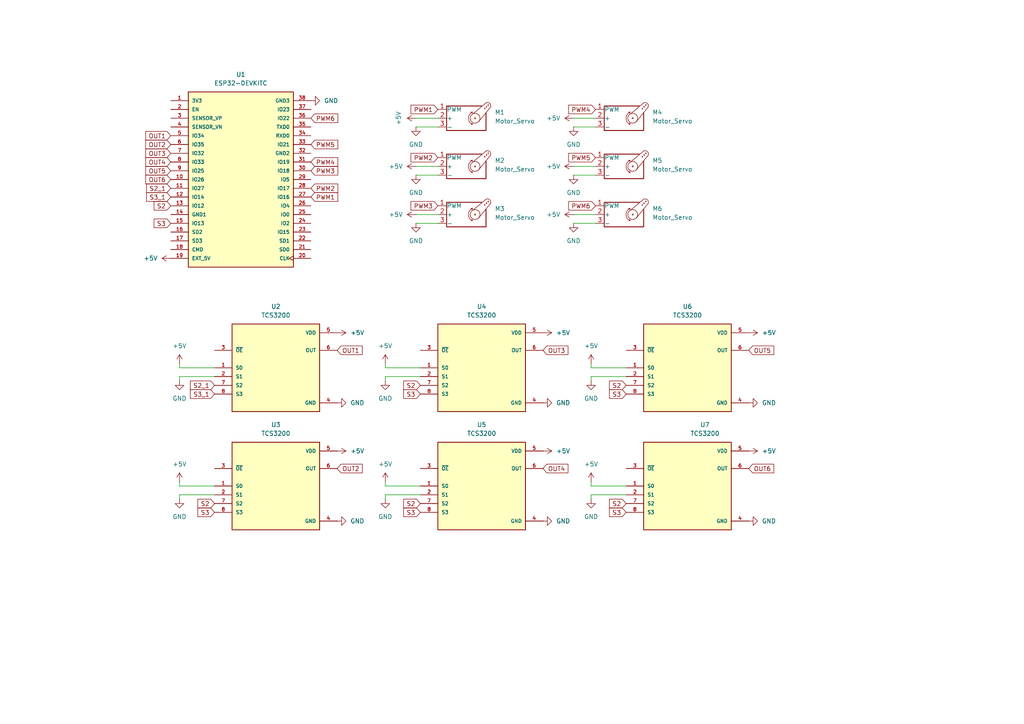
<source format=kicad_sch>
(kicad_sch
	(version 20250114)
	(generator "eeschema")
	(generator_version "9.0")
	(uuid "d7769fa8-d789-437c-8fcf-cc32d60e5706")
	(paper "A4")
	(lib_symbols
		(symbol "ESP32-DEVKITC:ESP32-DEVKITC"
			(pin_names
				(offset 1.016)
			)
			(exclude_from_sim no)
			(in_bom yes)
			(on_board yes)
			(property "Reference" "U"
				(at -15.2572 26.0643 0)
				(effects
					(font
						(size 1.27 1.27)
					)
					(justify left bottom)
				)
			)
			(property "Value" "ESP32-DEVKITC"
				(at -15.2563 -27.9698 0)
				(effects
					(font
						(size 1.27 1.27)
					)
					(justify left bottom)
				)
			)
			(property "Footprint" "ESP32-DEVKITC:MODULE_ESP32-DEVKITC"
				(at 0 0 0)
				(effects
					(font
						(size 1.27 1.27)
					)
					(justify bottom)
					(hide yes)
				)
			)
			(property "Datasheet" ""
				(at 0 0 0)
				(effects
					(font
						(size 1.27 1.27)
					)
					(hide yes)
				)
			)
			(property "Description" ""
				(at 0 0 0)
				(effects
					(font
						(size 1.27 1.27)
					)
					(hide yes)
				)
			)
			(property "MF" "Espressif Systems"
				(at 0 0 0)
				(effects
					(font
						(size 1.27 1.27)
					)
					(justify bottom)
					(hide yes)
				)
			)
			(property "Description_1" "ESP32-WROOM-32UE series Transceiver; 802.11 b/g/n (Wi-Fi, WiFi, WLAN), Bluetooth ® Smart Ready 4.x Dual Mode Evaluation Board"
				(at 0 0 0)
				(effects
					(font
						(size 1.27 1.27)
					)
					(justify bottom)
					(hide yes)
				)
			)
			(property "Package" "None"
				(at 0 0 0)
				(effects
					(font
						(size 1.27 1.27)
					)
					(justify bottom)
					(hide yes)
				)
			)
			(property "Price" "None"
				(at 0 0 0)
				(effects
					(font
						(size 1.27 1.27)
					)
					(justify bottom)
					(hide yes)
				)
			)
			(property "Check_prices" "https://www.snapeda.com/parts/ESP32-DEVKITC/Espressif+Systems/view-part/?ref=eda"
				(at 0 0 0)
				(effects
					(font
						(size 1.27 1.27)
					)
					(justify bottom)
					(hide yes)
				)
			)
			(property "STANDARD" "Manufacturer Recommendations"
				(at 0 0 0)
				(effects
					(font
						(size 1.27 1.27)
					)
					(justify bottom)
					(hide yes)
				)
			)
			(property "PARTREV" "N/A"
				(at 0 0 0)
				(effects
					(font
						(size 1.27 1.27)
					)
					(justify bottom)
					(hide yes)
				)
			)
			(property "SnapEDA_Link" "https://www.snapeda.com/parts/ESP32-DEVKITC/Espressif+Systems/view-part/?ref=snap"
				(at 0 0 0)
				(effects
					(font
						(size 1.27 1.27)
					)
					(justify bottom)
					(hide yes)
				)
			)
			(property "MP" "ESP32-DEVKITC"
				(at 0 0 0)
				(effects
					(font
						(size 1.27 1.27)
					)
					(justify bottom)
					(hide yes)
				)
			)
			(property "Availability" "In Stock"
				(at 0 0 0)
				(effects
					(font
						(size 1.27 1.27)
					)
					(justify bottom)
					(hide yes)
				)
			)
			(property "MANUFACTURER" "ESPRESSIF"
				(at 0 0 0)
				(effects
					(font
						(size 1.27 1.27)
					)
					(justify bottom)
					(hide yes)
				)
			)
			(symbol "ESP32-DEVKITC_0_0"
				(rectangle
					(start -15.24 -25.4)
					(end 15.24 25.4)
					(stroke
						(width 0.254)
						(type default)
					)
					(fill
						(type background)
					)
				)
				(pin power_in line
					(at -20.32 22.86 0)
					(length 5.08)
					(name "3V3"
						(effects
							(font
								(size 1.016 1.016)
							)
						)
					)
					(number "1"
						(effects
							(font
								(size 1.016 1.016)
							)
						)
					)
				)
				(pin input line
					(at -20.32 20.32 0)
					(length 5.08)
					(name "EN"
						(effects
							(font
								(size 1.016 1.016)
							)
						)
					)
					(number "2"
						(effects
							(font
								(size 1.016 1.016)
							)
						)
					)
				)
				(pin input line
					(at -20.32 17.78 0)
					(length 5.08)
					(name "SENSOR_VP"
						(effects
							(font
								(size 1.016 1.016)
							)
						)
					)
					(number "3"
						(effects
							(font
								(size 1.016 1.016)
							)
						)
					)
				)
				(pin input line
					(at -20.32 15.24 0)
					(length 5.08)
					(name "SENSOR_VN"
						(effects
							(font
								(size 1.016 1.016)
							)
						)
					)
					(number "4"
						(effects
							(font
								(size 1.016 1.016)
							)
						)
					)
				)
				(pin bidirectional line
					(at -20.32 12.7 0)
					(length 5.08)
					(name "IO34"
						(effects
							(font
								(size 1.016 1.016)
							)
						)
					)
					(number "5"
						(effects
							(font
								(size 1.016 1.016)
							)
						)
					)
				)
				(pin bidirectional line
					(at -20.32 10.16 0)
					(length 5.08)
					(name "IO35"
						(effects
							(font
								(size 1.016 1.016)
							)
						)
					)
					(number "6"
						(effects
							(font
								(size 1.016 1.016)
							)
						)
					)
				)
				(pin bidirectional line
					(at -20.32 7.62 0)
					(length 5.08)
					(name "IO32"
						(effects
							(font
								(size 1.016 1.016)
							)
						)
					)
					(number "7"
						(effects
							(font
								(size 1.016 1.016)
							)
						)
					)
				)
				(pin bidirectional line
					(at -20.32 5.08 0)
					(length 5.08)
					(name "IO33"
						(effects
							(font
								(size 1.016 1.016)
							)
						)
					)
					(number "8"
						(effects
							(font
								(size 1.016 1.016)
							)
						)
					)
				)
				(pin bidirectional line
					(at -20.32 2.54 0)
					(length 5.08)
					(name "IO25"
						(effects
							(font
								(size 1.016 1.016)
							)
						)
					)
					(number "9"
						(effects
							(font
								(size 1.016 1.016)
							)
						)
					)
				)
				(pin bidirectional line
					(at -20.32 0 0)
					(length 5.08)
					(name "IO26"
						(effects
							(font
								(size 1.016 1.016)
							)
						)
					)
					(number "10"
						(effects
							(font
								(size 1.016 1.016)
							)
						)
					)
				)
				(pin bidirectional line
					(at -20.32 -2.54 0)
					(length 5.08)
					(name "IO27"
						(effects
							(font
								(size 1.016 1.016)
							)
						)
					)
					(number "11"
						(effects
							(font
								(size 1.016 1.016)
							)
						)
					)
				)
				(pin bidirectional line
					(at -20.32 -5.08 0)
					(length 5.08)
					(name "IO14"
						(effects
							(font
								(size 1.016 1.016)
							)
						)
					)
					(number "12"
						(effects
							(font
								(size 1.016 1.016)
							)
						)
					)
				)
				(pin bidirectional line
					(at -20.32 -7.62 0)
					(length 5.08)
					(name "IO12"
						(effects
							(font
								(size 1.016 1.016)
							)
						)
					)
					(number "13"
						(effects
							(font
								(size 1.016 1.016)
							)
						)
					)
				)
				(pin power_in line
					(at -20.32 -10.16 0)
					(length 5.08)
					(name "GND1"
						(effects
							(font
								(size 1.016 1.016)
							)
						)
					)
					(number "14"
						(effects
							(font
								(size 1.016 1.016)
							)
						)
					)
				)
				(pin bidirectional line
					(at -20.32 -12.7 0)
					(length 5.08)
					(name "IO13"
						(effects
							(font
								(size 1.016 1.016)
							)
						)
					)
					(number "15"
						(effects
							(font
								(size 1.016 1.016)
							)
						)
					)
				)
				(pin bidirectional line
					(at -20.32 -15.24 0)
					(length 5.08)
					(name "SD2"
						(effects
							(font
								(size 1.016 1.016)
							)
						)
					)
					(number "16"
						(effects
							(font
								(size 1.016 1.016)
							)
						)
					)
				)
				(pin bidirectional line
					(at -20.32 -17.78 0)
					(length 5.08)
					(name "SD3"
						(effects
							(font
								(size 1.016 1.016)
							)
						)
					)
					(number "17"
						(effects
							(font
								(size 1.016 1.016)
							)
						)
					)
				)
				(pin bidirectional line
					(at -20.32 -20.32 0)
					(length 5.08)
					(name "CMD"
						(effects
							(font
								(size 1.016 1.016)
							)
						)
					)
					(number "18"
						(effects
							(font
								(size 1.016 1.016)
							)
						)
					)
				)
				(pin power_in line
					(at -20.32 -22.86 0)
					(length 5.08)
					(name "EXT_5V"
						(effects
							(font
								(size 1.016 1.016)
							)
						)
					)
					(number "19"
						(effects
							(font
								(size 1.016 1.016)
							)
						)
					)
				)
				(pin power_in line
					(at 20.32 22.86 180)
					(length 5.08)
					(name "GND3"
						(effects
							(font
								(size 1.016 1.016)
							)
						)
					)
					(number "38"
						(effects
							(font
								(size 1.016 1.016)
							)
						)
					)
				)
				(pin bidirectional line
					(at 20.32 20.32 180)
					(length 5.08)
					(name "IO23"
						(effects
							(font
								(size 1.016 1.016)
							)
						)
					)
					(number "37"
						(effects
							(font
								(size 1.016 1.016)
							)
						)
					)
				)
				(pin bidirectional line
					(at 20.32 17.78 180)
					(length 5.08)
					(name "IO22"
						(effects
							(font
								(size 1.016 1.016)
							)
						)
					)
					(number "36"
						(effects
							(font
								(size 1.016 1.016)
							)
						)
					)
				)
				(pin output line
					(at 20.32 15.24 180)
					(length 5.08)
					(name "TXD0"
						(effects
							(font
								(size 1.016 1.016)
							)
						)
					)
					(number "35"
						(effects
							(font
								(size 1.016 1.016)
							)
						)
					)
				)
				(pin input line
					(at 20.32 12.7 180)
					(length 5.08)
					(name "RXD0"
						(effects
							(font
								(size 1.016 1.016)
							)
						)
					)
					(number "34"
						(effects
							(font
								(size 1.016 1.016)
							)
						)
					)
				)
				(pin bidirectional line
					(at 20.32 10.16 180)
					(length 5.08)
					(name "IO21"
						(effects
							(font
								(size 1.016 1.016)
							)
						)
					)
					(number "33"
						(effects
							(font
								(size 1.016 1.016)
							)
						)
					)
				)
				(pin power_in line
					(at 20.32 7.62 180)
					(length 5.08)
					(name "GND2"
						(effects
							(font
								(size 1.016 1.016)
							)
						)
					)
					(number "32"
						(effects
							(font
								(size 1.016 1.016)
							)
						)
					)
				)
				(pin bidirectional line
					(at 20.32 5.08 180)
					(length 5.08)
					(name "IO19"
						(effects
							(font
								(size 1.016 1.016)
							)
						)
					)
					(number "31"
						(effects
							(font
								(size 1.016 1.016)
							)
						)
					)
				)
				(pin bidirectional line
					(at 20.32 2.54 180)
					(length 5.08)
					(name "IO18"
						(effects
							(font
								(size 1.016 1.016)
							)
						)
					)
					(number "30"
						(effects
							(font
								(size 1.016 1.016)
							)
						)
					)
				)
				(pin bidirectional line
					(at 20.32 0 180)
					(length 5.08)
					(name "IO5"
						(effects
							(font
								(size 1.016 1.016)
							)
						)
					)
					(number "29"
						(effects
							(font
								(size 1.016 1.016)
							)
						)
					)
				)
				(pin bidirectional line
					(at 20.32 -2.54 180)
					(length 5.08)
					(name "IO17"
						(effects
							(font
								(size 1.016 1.016)
							)
						)
					)
					(number "28"
						(effects
							(font
								(size 1.016 1.016)
							)
						)
					)
				)
				(pin bidirectional line
					(at 20.32 -5.08 180)
					(length 5.08)
					(name "IO16"
						(effects
							(font
								(size 1.016 1.016)
							)
						)
					)
					(number "27"
						(effects
							(font
								(size 1.016 1.016)
							)
						)
					)
				)
				(pin bidirectional line
					(at 20.32 -7.62 180)
					(length 5.08)
					(name "IO4"
						(effects
							(font
								(size 1.016 1.016)
							)
						)
					)
					(number "26"
						(effects
							(font
								(size 1.016 1.016)
							)
						)
					)
				)
				(pin bidirectional line
					(at 20.32 -10.16 180)
					(length 5.08)
					(name "IO0"
						(effects
							(font
								(size 1.016 1.016)
							)
						)
					)
					(number "25"
						(effects
							(font
								(size 1.016 1.016)
							)
						)
					)
				)
				(pin bidirectional line
					(at 20.32 -12.7 180)
					(length 5.08)
					(name "IO2"
						(effects
							(font
								(size 1.016 1.016)
							)
						)
					)
					(number "24"
						(effects
							(font
								(size 1.016 1.016)
							)
						)
					)
				)
				(pin bidirectional line
					(at 20.32 -15.24 180)
					(length 5.08)
					(name "IO15"
						(effects
							(font
								(size 1.016 1.016)
							)
						)
					)
					(number "23"
						(effects
							(font
								(size 1.016 1.016)
							)
						)
					)
				)
				(pin bidirectional line
					(at 20.32 -17.78 180)
					(length 5.08)
					(name "SD1"
						(effects
							(font
								(size 1.016 1.016)
							)
						)
					)
					(number "22"
						(effects
							(font
								(size 1.016 1.016)
							)
						)
					)
				)
				(pin bidirectional line
					(at 20.32 -20.32 180)
					(length 5.08)
					(name "SD0"
						(effects
							(font
								(size 1.016 1.016)
							)
						)
					)
					(number "21"
						(effects
							(font
								(size 1.016 1.016)
							)
						)
					)
				)
				(pin input clock
					(at 20.32 -22.86 180)
					(length 5.08)
					(name "CLK"
						(effects
							(font
								(size 1.016 1.016)
							)
						)
					)
					(number "20"
						(effects
							(font
								(size 1.016 1.016)
							)
						)
					)
				)
			)
			(embedded_fonts no)
		)
		(symbol "Motor:Motor_Servo"
			(pin_names
				(offset 0.0254)
			)
			(exclude_from_sim no)
			(in_bom yes)
			(on_board yes)
			(property "Reference" "M"
				(at -5.08 4.445 0)
				(effects
					(font
						(size 1.27 1.27)
					)
					(justify left)
				)
			)
			(property "Value" "Motor_Servo"
				(at -5.08 -4.064 0)
				(effects
					(font
						(size 1.27 1.27)
					)
					(justify left top)
				)
			)
			(property "Footprint" ""
				(at 0 -4.826 0)
				(effects
					(font
						(size 1.27 1.27)
					)
					(hide yes)
				)
			)
			(property "Datasheet" "http://forums.parallax.com/uploads/attachments/46831/74481.png"
				(at 0 -4.826 0)
				(effects
					(font
						(size 1.27 1.27)
					)
					(hide yes)
				)
			)
			(property "Description" "Servo Motor (Futaba, HiTec, JR connector)"
				(at 0 0 0)
				(effects
					(font
						(size 1.27 1.27)
					)
					(hide yes)
				)
			)
			(property "ki_keywords" "Servo Motor"
				(at 0 0 0)
				(effects
					(font
						(size 1.27 1.27)
					)
					(hide yes)
				)
			)
			(property "ki_fp_filters" "PinHeader*P2.54mm*"
				(at 0 0 0)
				(effects
					(font
						(size 1.27 1.27)
					)
					(hide yes)
				)
			)
			(symbol "Motor_Servo_0_1"
				(polyline
					(pts
						(xy 2.413 1.778) (xy 1.905 1.778)
					)
					(stroke
						(width 0)
						(type default)
					)
					(fill
						(type none)
					)
				)
				(polyline
					(pts
						(xy 2.413 1.778) (xy 2.286 1.397)
					)
					(stroke
						(width 0)
						(type default)
					)
					(fill
						(type none)
					)
				)
				(polyline
					(pts
						(xy 2.413 -1.778) (xy 2.032 -1.778)
					)
					(stroke
						(width 0)
						(type default)
					)
					(fill
						(type none)
					)
				)
				(polyline
					(pts
						(xy 2.413 -1.778) (xy 2.286 -1.397)
					)
					(stroke
						(width 0)
						(type default)
					)
					(fill
						(type none)
					)
				)
				(arc
					(start 2.413 -1.778)
					(mid 1.2406 0)
					(end 2.413 1.778)
					(stroke
						(width 0)
						(type default)
					)
					(fill
						(type none)
					)
				)
				(circle
					(center 3.175 0)
					(radius 0.1778)
					(stroke
						(width 0)
						(type default)
					)
					(fill
						(type none)
					)
				)
				(circle
					(center 3.175 0)
					(radius 1.4224)
					(stroke
						(width 0)
						(type default)
					)
					(fill
						(type none)
					)
				)
				(polyline
					(pts
						(xy 5.08 3.556) (xy -5.08 3.556) (xy -5.08 -3.556) (xy 6.35 -3.556) (xy 6.35 1.524)
					)
					(stroke
						(width 0.254)
						(type default)
					)
					(fill
						(type none)
					)
				)
				(circle
					(center 5.969 2.794)
					(radius 0.127)
					(stroke
						(width 0)
						(type default)
					)
					(fill
						(type none)
					)
				)
				(polyline
					(pts
						(xy 6.35 4.445) (xy 2.54 1.27)
					)
					(stroke
						(width 0)
						(type default)
					)
					(fill
						(type none)
					)
				)
				(circle
					(center 6.477 3.302)
					(radius 0.127)
					(stroke
						(width 0)
						(type default)
					)
					(fill
						(type none)
					)
				)
				(arc
					(start 6.35 4.445)
					(mid 7.4487 4.2737)
					(end 7.62 3.175)
					(stroke
						(width 0)
						(type default)
					)
					(fill
						(type none)
					)
				)
				(circle
					(center 6.985 3.81)
					(radius 0.127)
					(stroke
						(width 0)
						(type default)
					)
					(fill
						(type none)
					)
				)
				(polyline
					(pts
						(xy 7.62 3.175) (xy 4.191 -1.016)
					)
					(stroke
						(width 0)
						(type default)
					)
					(fill
						(type none)
					)
				)
			)
			(symbol "Motor_Servo_1_1"
				(pin passive line
					(at -7.62 2.54 0)
					(length 2.54)
					(name "PWM"
						(effects
							(font
								(size 1.27 1.27)
							)
						)
					)
					(number "1"
						(effects
							(font
								(size 1.27 1.27)
							)
						)
					)
				)
				(pin passive line
					(at -7.62 0 0)
					(length 2.54)
					(name "+"
						(effects
							(font
								(size 1.27 1.27)
							)
						)
					)
					(number "2"
						(effects
							(font
								(size 1.27 1.27)
							)
						)
					)
				)
				(pin passive line
					(at -7.62 -2.54 0)
					(length 2.54)
					(name "-"
						(effects
							(font
								(size 1.27 1.27)
							)
						)
					)
					(number "3"
						(effects
							(font
								(size 1.27 1.27)
							)
						)
					)
				)
			)
			(embedded_fonts no)
		)
		(symbol "TCS3200:TCS3200"
			(pin_names
				(offset 1.016)
			)
			(exclude_from_sim no)
			(in_bom yes)
			(on_board yes)
			(property "Reference" "U"
				(at -12.7 13.7 0)
				(effects
					(font
						(size 1.27 1.27)
					)
					(justify left bottom)
				)
			)
			(property "Value" "TCS3200"
				(at -12.7 -15.24 0)
				(effects
					(font
						(size 1.27 1.27)
					)
					(justify left bottom)
				)
			)
			(property "Footprint" "TCS3200:SOIC127P600X175-8N"
				(at 0 0 0)
				(effects
					(font
						(size 1.27 1.27)
					)
					(justify bottom)
					(hide yes)
				)
			)
			(property "Datasheet" ""
				(at 0 0 0)
				(effects
					(font
						(size 1.27 1.27)
					)
					(hide yes)
				)
			)
			(property "Description" ""
				(at 0 0 0)
				(effects
					(font
						(size 1.27 1.27)
					)
					(hide yes)
				)
			)
			(property "MF" "ams"
				(at 0 0 0)
				(effects
					(font
						(size 1.27 1.27)
					)
					(justify bottom)
					(hide yes)
				)
			)
			(property "Description_1" "Light to Frequency Ambient Light Sensor Digital 5V 8-Pin SOIC T/R"
				(at 0 0 0)
				(effects
					(font
						(size 1.27 1.27)
					)
					(justify bottom)
					(hide yes)
				)
			)
			(property "Package" "SOIC-8 ams"
				(at 0 0 0)
				(effects
					(font
						(size 1.27 1.27)
					)
					(justify bottom)
					(hide yes)
				)
			)
			(property "Price" "None"
				(at 0 0 0)
				(effects
					(font
						(size 1.27 1.27)
					)
					(justify bottom)
					(hide yes)
				)
			)
			(property "SnapEDA_Link" "https://www.snapeda.com/parts/TCS3200/ams/view-part/?ref=snap"
				(at 0 0 0)
				(effects
					(font
						(size 1.27 1.27)
					)
					(justify bottom)
					(hide yes)
				)
			)
			(property "MP" "TCS3200"
				(at 0 0 0)
				(effects
					(font
						(size 1.27 1.27)
					)
					(justify bottom)
					(hide yes)
				)
			)
			(property "Availability" "Not in stock"
				(at 0 0 0)
				(effects
					(font
						(size 1.27 1.27)
					)
					(justify bottom)
					(hide yes)
				)
			)
			(property "Check_prices" "https://www.snapeda.com/parts/TCS3200/ams/view-part/?ref=eda"
				(at 0 0 0)
				(effects
					(font
						(size 1.27 1.27)
					)
					(justify bottom)
					(hide yes)
				)
			)
			(symbol "TCS3200_0_0"
				(rectangle
					(start -12.7 -12.7)
					(end 12.7 12.7)
					(stroke
						(width 0.254)
						(type default)
					)
					(fill
						(type background)
					)
				)
				(pin input line
					(at -17.78 5.08 0)
					(length 5.08)
					(name "~{OE}"
						(effects
							(font
								(size 1.016 1.016)
							)
						)
					)
					(number "3"
						(effects
							(font
								(size 1.016 1.016)
							)
						)
					)
				)
				(pin input line
					(at -17.78 0 0)
					(length 5.08)
					(name "S0"
						(effects
							(font
								(size 1.016 1.016)
							)
						)
					)
					(number "1"
						(effects
							(font
								(size 1.016 1.016)
							)
						)
					)
				)
				(pin input line
					(at -17.78 -2.54 0)
					(length 5.08)
					(name "S1"
						(effects
							(font
								(size 1.016 1.016)
							)
						)
					)
					(number "2"
						(effects
							(font
								(size 1.016 1.016)
							)
						)
					)
				)
				(pin input line
					(at -17.78 -5.08 0)
					(length 5.08)
					(name "S2"
						(effects
							(font
								(size 1.016 1.016)
							)
						)
					)
					(number "7"
						(effects
							(font
								(size 1.016 1.016)
							)
						)
					)
				)
				(pin input line
					(at -17.78 -7.62 0)
					(length 5.08)
					(name "S3"
						(effects
							(font
								(size 1.016 1.016)
							)
						)
					)
					(number "8"
						(effects
							(font
								(size 1.016 1.016)
							)
						)
					)
				)
				(pin power_in line
					(at 17.78 10.16 180)
					(length 5.08)
					(name "VDD"
						(effects
							(font
								(size 1.016 1.016)
							)
						)
					)
					(number "5"
						(effects
							(font
								(size 1.016 1.016)
							)
						)
					)
				)
				(pin output line
					(at 17.78 5.08 180)
					(length 5.08)
					(name "OUT"
						(effects
							(font
								(size 1.016 1.016)
							)
						)
					)
					(number "6"
						(effects
							(font
								(size 1.016 1.016)
							)
						)
					)
				)
				(pin power_in line
					(at 17.78 -10.16 180)
					(length 5.08)
					(name "GND"
						(effects
							(font
								(size 1.016 1.016)
							)
						)
					)
					(number "4"
						(effects
							(font
								(size 1.016 1.016)
							)
						)
					)
				)
			)
			(embedded_fonts no)
		)
		(symbol "power:+5V"
			(power)
			(pin_numbers
				(hide yes)
			)
			(pin_names
				(offset 0)
				(hide yes)
			)
			(exclude_from_sim no)
			(in_bom yes)
			(on_board yes)
			(property "Reference" "#PWR"
				(at 0 -3.81 0)
				(effects
					(font
						(size 1.27 1.27)
					)
					(hide yes)
				)
			)
			(property "Value" "+5V"
				(at 0 3.556 0)
				(effects
					(font
						(size 1.27 1.27)
					)
				)
			)
			(property "Footprint" ""
				(at 0 0 0)
				(effects
					(font
						(size 1.27 1.27)
					)
					(hide yes)
				)
			)
			(property "Datasheet" ""
				(at 0 0 0)
				(effects
					(font
						(size 1.27 1.27)
					)
					(hide yes)
				)
			)
			(property "Description" "Power symbol creates a global label with name \"+5V\""
				(at 0 0 0)
				(effects
					(font
						(size 1.27 1.27)
					)
					(hide yes)
				)
			)
			(property "ki_keywords" "global power"
				(at 0 0 0)
				(effects
					(font
						(size 1.27 1.27)
					)
					(hide yes)
				)
			)
			(symbol "+5V_0_1"
				(polyline
					(pts
						(xy -0.762 1.27) (xy 0 2.54)
					)
					(stroke
						(width 0)
						(type default)
					)
					(fill
						(type none)
					)
				)
				(polyline
					(pts
						(xy 0 2.54) (xy 0.762 1.27)
					)
					(stroke
						(width 0)
						(type default)
					)
					(fill
						(type none)
					)
				)
				(polyline
					(pts
						(xy 0 0) (xy 0 2.54)
					)
					(stroke
						(width 0)
						(type default)
					)
					(fill
						(type none)
					)
				)
			)
			(symbol "+5V_1_1"
				(pin power_in line
					(at 0 0 90)
					(length 0)
					(name "~"
						(effects
							(font
								(size 1.27 1.27)
							)
						)
					)
					(number "1"
						(effects
							(font
								(size 1.27 1.27)
							)
						)
					)
				)
			)
			(embedded_fonts no)
		)
		(symbol "power:GND"
			(power)
			(pin_numbers
				(hide yes)
			)
			(pin_names
				(offset 0)
				(hide yes)
			)
			(exclude_from_sim no)
			(in_bom yes)
			(on_board yes)
			(property "Reference" "#PWR"
				(at 0 -6.35 0)
				(effects
					(font
						(size 1.27 1.27)
					)
					(hide yes)
				)
			)
			(property "Value" "GND"
				(at 0 -3.81 0)
				(effects
					(font
						(size 1.27 1.27)
					)
				)
			)
			(property "Footprint" ""
				(at 0 0 0)
				(effects
					(font
						(size 1.27 1.27)
					)
					(hide yes)
				)
			)
			(property "Datasheet" ""
				(at 0 0 0)
				(effects
					(font
						(size 1.27 1.27)
					)
					(hide yes)
				)
			)
			(property "Description" "Power symbol creates a global label with name \"GND\" , ground"
				(at 0 0 0)
				(effects
					(font
						(size 1.27 1.27)
					)
					(hide yes)
				)
			)
			(property "ki_keywords" "global power"
				(at 0 0 0)
				(effects
					(font
						(size 1.27 1.27)
					)
					(hide yes)
				)
			)
			(symbol "GND_0_1"
				(polyline
					(pts
						(xy 0 0) (xy 0 -1.27) (xy 1.27 -1.27) (xy 0 -2.54) (xy -1.27 -1.27) (xy 0 -1.27)
					)
					(stroke
						(width 0)
						(type default)
					)
					(fill
						(type none)
					)
				)
			)
			(symbol "GND_1_1"
				(pin power_in line
					(at 0 0 270)
					(length 0)
					(name "~"
						(effects
							(font
								(size 1.27 1.27)
							)
						)
					)
					(number "1"
						(effects
							(font
								(size 1.27 1.27)
							)
						)
					)
				)
			)
			(embedded_fonts no)
		)
	)
	(wire
		(pts
			(xy 111.76 143.51) (xy 111.76 144.78)
		)
		(stroke
			(width 0)
			(type default)
		)
		(uuid "028e5625-ef81-47ae-94c8-11e4bf6f1078")
	)
	(wire
		(pts
			(xy 120.65 62.23) (xy 127 62.23)
		)
		(stroke
			(width 0)
			(type default)
		)
		(uuid "0b876574-7f3b-4f2b-991e-9bc2fa89b1ed")
	)
	(wire
		(pts
			(xy 171.45 109.22) (xy 171.45 110.49)
		)
		(stroke
			(width 0)
			(type default)
		)
		(uuid "2ab881ad-293f-4af0-b2b6-de902f13b728")
	)
	(wire
		(pts
			(xy 111.76 109.22) (xy 111.76 110.49)
		)
		(stroke
			(width 0)
			(type default)
		)
		(uuid "356e4d3e-b9ed-4bea-8d78-f9c32c3a040d")
	)
	(wire
		(pts
			(xy 52.07 143.51) (xy 52.07 144.78)
		)
		(stroke
			(width 0)
			(type default)
		)
		(uuid "45588651-0cfc-4ddb-8452-0126c8082eff")
	)
	(wire
		(pts
			(xy 52.07 109.22) (xy 52.07 110.49)
		)
		(stroke
			(width 0)
			(type default)
		)
		(uuid "55f49327-456c-4d4b-a9cf-75e5ac4fb437")
	)
	(wire
		(pts
			(xy 52.07 105.41) (xy 52.07 106.68)
		)
		(stroke
			(width 0)
			(type default)
		)
		(uuid "5f28fbd8-ee51-4e8f-bb44-b9e2a7e416d8")
	)
	(wire
		(pts
			(xy 166.37 50.8) (xy 172.72 50.8)
		)
		(stroke
			(width 0)
			(type default)
		)
		(uuid "64fb62fe-59fd-41d7-8370-3ffc7c708e6c")
	)
	(wire
		(pts
			(xy 52.07 143.51) (xy 62.23 143.51)
		)
		(stroke
			(width 0)
			(type default)
		)
		(uuid "720832e5-dd09-449f-94b9-21316e8bf230")
	)
	(wire
		(pts
			(xy 120.65 34.29) (xy 127 34.29)
		)
		(stroke
			(width 0)
			(type default)
		)
		(uuid "77cdf376-113a-4232-9a9c-ba55944d7a8f")
	)
	(wire
		(pts
			(xy 171.45 143.51) (xy 171.45 144.78)
		)
		(stroke
			(width 0)
			(type default)
		)
		(uuid "81ec6a96-f5b0-40e0-9073-4d426a8e641a")
	)
	(wire
		(pts
			(xy 111.76 105.41) (xy 111.76 106.68)
		)
		(stroke
			(width 0)
			(type default)
		)
		(uuid "84b82f4d-279d-4c37-8d14-760021649280")
	)
	(wire
		(pts
			(xy 120.65 64.77) (xy 127 64.77)
		)
		(stroke
			(width 0)
			(type default)
		)
		(uuid "8531b1f6-0311-4078-a541-61eb2191cab6")
	)
	(wire
		(pts
			(xy 166.37 64.77) (xy 172.72 64.77)
		)
		(stroke
			(width 0)
			(type default)
		)
		(uuid "86579574-90b0-4fff-a2c1-71f223edd254")
	)
	(wire
		(pts
			(xy 62.23 106.68) (xy 52.07 106.68)
		)
		(stroke
			(width 0)
			(type default)
		)
		(uuid "8ab265ec-bdae-43a1-bc01-faa4ea538156")
	)
	(wire
		(pts
			(xy 120.65 50.8) (xy 127 50.8)
		)
		(stroke
			(width 0)
			(type default)
		)
		(uuid "8e4f5f18-c78d-45c4-a34f-6afc879b2955")
	)
	(wire
		(pts
			(xy 62.23 140.97) (xy 52.07 140.97)
		)
		(stroke
			(width 0)
			(type default)
		)
		(uuid "8e90f9b4-978f-47dc-aa7c-d0811ab37d63")
	)
	(wire
		(pts
			(xy 121.92 140.97) (xy 111.76 140.97)
		)
		(stroke
			(width 0)
			(type default)
		)
		(uuid "8eec82a1-9b25-4ae1-9ba5-ebb9a3b8ad34")
	)
	(wire
		(pts
			(xy 120.65 48.26) (xy 127 48.26)
		)
		(stroke
			(width 0)
			(type default)
		)
		(uuid "92af56c1-fb76-4378-9c77-0d5b43320dbe")
	)
	(wire
		(pts
			(xy 120.65 36.83) (xy 127 36.83)
		)
		(stroke
			(width 0)
			(type default)
		)
		(uuid "943986dc-be1b-42cd-bf97-129d629d5c21")
	)
	(wire
		(pts
			(xy 111.76 139.7) (xy 111.76 140.97)
		)
		(stroke
			(width 0)
			(type default)
		)
		(uuid "b0aca22f-0d3a-4bc3-aa28-51e52dc531a4")
	)
	(wire
		(pts
			(xy 171.45 140.97) (xy 181.61 140.97)
		)
		(stroke
			(width 0)
			(type default)
		)
		(uuid "b8603242-7c5b-4bc6-bbbf-0431565c7fc1")
	)
	(wire
		(pts
			(xy 166.37 48.26) (xy 172.72 48.26)
		)
		(stroke
			(width 0)
			(type default)
		)
		(uuid "b887f21e-dc9c-4db1-9a64-0fd19fb383b3")
	)
	(wire
		(pts
			(xy 166.37 36.83) (xy 172.72 36.83)
		)
		(stroke
			(width 0)
			(type default)
		)
		(uuid "bed4e413-46fb-4338-8519-ae9f7c2310bf")
	)
	(wire
		(pts
			(xy 111.76 109.22) (xy 121.92 109.22)
		)
		(stroke
			(width 0)
			(type default)
		)
		(uuid "c08b4265-42d6-4393-8c68-d6cb45ad030f")
	)
	(wire
		(pts
			(xy 171.45 139.7) (xy 171.45 140.97)
		)
		(stroke
			(width 0)
			(type default)
		)
		(uuid "c2ff2936-26cb-4ac5-b732-d8bbee8ddcaf")
	)
	(wire
		(pts
			(xy 52.07 109.22) (xy 62.23 109.22)
		)
		(stroke
			(width 0)
			(type default)
		)
		(uuid "c6a3630e-038b-44d0-a749-8f8c3ee12276")
	)
	(wire
		(pts
			(xy 121.92 106.68) (xy 111.76 106.68)
		)
		(stroke
			(width 0)
			(type default)
		)
		(uuid "c978a6ad-e138-4ad3-bd3c-4e0211054bd3")
	)
	(wire
		(pts
			(xy 111.76 143.51) (xy 121.92 143.51)
		)
		(stroke
			(width 0)
			(type default)
		)
		(uuid "d725d55e-96a1-4779-86f3-f40adfe6408b")
	)
	(wire
		(pts
			(xy 181.61 106.68) (xy 171.45 106.68)
		)
		(stroke
			(width 0)
			(type default)
		)
		(uuid "dbd35689-3497-4bd5-9676-68b7f9a781fe")
	)
	(wire
		(pts
			(xy 171.45 109.22) (xy 181.61 109.22)
		)
		(stroke
			(width 0)
			(type default)
		)
		(uuid "efdf6606-a340-4990-be40-dd0ae45b1f3d")
	)
	(wire
		(pts
			(xy 171.45 143.51) (xy 181.61 143.51)
		)
		(stroke
			(width 0)
			(type default)
		)
		(uuid "f0f74817-ad27-451a-a784-c809866a7a92")
	)
	(wire
		(pts
			(xy 166.37 62.23) (xy 172.72 62.23)
		)
		(stroke
			(width 0)
			(type default)
		)
		(uuid "f4c95895-64c2-4f9f-adff-28758a62c36d")
	)
	(wire
		(pts
			(xy 52.07 139.7) (xy 52.07 140.97)
		)
		(stroke
			(width 0)
			(type default)
		)
		(uuid "f5ef2c6a-87e4-464f-8fd2-fc8203a4f68d")
	)
	(wire
		(pts
			(xy 166.37 34.29) (xy 172.72 34.29)
		)
		(stroke
			(width 0)
			(type default)
		)
		(uuid "f6213b76-29c2-4221-92ff-d0d2e9cfbae4")
	)
	(wire
		(pts
			(xy 171.45 105.41) (xy 171.45 106.68)
		)
		(stroke
			(width 0)
			(type default)
		)
		(uuid "fdc803cc-2ad5-44ed-80a5-cd422f5dc209")
	)
	(global_label "S3"
		(shape input)
		(at 181.61 114.3 180)
		(fields_autoplaced yes)
		(effects
			(font
				(size 1.27 1.27)
			)
			(justify right)
		)
		(uuid "0432345a-76db-4a4a-b7fc-c9b109b946c3")
		(property "Intersheetrefs" "${INTERSHEET_REFS}"
			(at 176.2058 114.3 0)
			(effects
				(font
					(size 1.27 1.27)
				)
				(justify right)
				(hide yes)
			)
		)
	)
	(global_label "S3"
		(shape input)
		(at 62.23 148.59 180)
		(fields_autoplaced yes)
		(effects
			(font
				(size 1.27 1.27)
			)
			(justify right)
		)
		(uuid "245beedc-227e-47d9-a29b-fd6d172baaca")
		(property "Intersheetrefs" "${INTERSHEET_REFS}"
			(at 56.8258 148.59 0)
			(effects
				(font
					(size 1.27 1.27)
				)
				(justify right)
				(hide yes)
			)
		)
	)
	(global_label "PWM2"
		(shape input)
		(at 90.17 54.61 0)
		(fields_autoplaced yes)
		(effects
			(font
				(size 1.27 1.27)
			)
			(justify left)
		)
		(uuid "25dcd3e0-6ba8-438e-b24d-6136433596d7")
		(property "Intersheetrefs" "${INTERSHEET_REFS}"
			(at 98.5375 54.61 0)
			(effects
				(font
					(size 1.27 1.27)
				)
				(justify left)
				(hide yes)
			)
		)
	)
	(global_label "OUT6"
		(shape input)
		(at 217.17 135.89 0)
		(fields_autoplaced yes)
		(effects
			(font
				(size 1.27 1.27)
			)
			(justify left)
		)
		(uuid "27683ffa-83bc-41a8-99f5-267913cf2875")
		(property "Intersheetrefs" "${INTERSHEET_REFS}"
			(at 224.9933 135.89 0)
			(effects
				(font
					(size 1.27 1.27)
				)
				(justify left)
				(hide yes)
			)
		)
	)
	(global_label "OUT6"
		(shape input)
		(at 49.53 52.07 180)
		(fields_autoplaced yes)
		(effects
			(font
				(size 1.27 1.27)
			)
			(justify right)
		)
		(uuid "2c819c9e-50a2-4c96-a02b-b7bdcb74f01e")
		(property "Intersheetrefs" "${INTERSHEET_REFS}"
			(at 41.7067 52.07 0)
			(effects
				(font
					(size 1.27 1.27)
				)
				(justify right)
				(hide yes)
			)
		)
	)
	(global_label "OUT3"
		(shape input)
		(at 49.53 44.45 180)
		(fields_autoplaced yes)
		(effects
			(font
				(size 1.27 1.27)
			)
			(justify right)
		)
		(uuid "33d4aba7-f49b-4621-ba0b-e2061bb21e1d")
		(property "Intersheetrefs" "${INTERSHEET_REFS}"
			(at 41.7067 44.45 0)
			(effects
				(font
					(size 1.27 1.27)
				)
				(justify right)
				(hide yes)
			)
		)
	)
	(global_label "PWM1"
		(shape input)
		(at 90.17 57.15 0)
		(fields_autoplaced yes)
		(effects
			(font
				(size 1.27 1.27)
			)
			(justify left)
		)
		(uuid "46ef93ac-a9da-4a39-8cbf-d9560fdb76a0")
		(property "Intersheetrefs" "${INTERSHEET_REFS}"
			(at 98.5375 57.15 0)
			(effects
				(font
					(size 1.27 1.27)
				)
				(justify left)
				(hide yes)
			)
		)
	)
	(global_label "OUT4"
		(shape input)
		(at 157.48 135.89 0)
		(fields_autoplaced yes)
		(effects
			(font
				(size 1.27 1.27)
			)
			(justify left)
		)
		(uuid "4be45cff-7b05-4565-8e06-530d5bd76274")
		(property "Intersheetrefs" "${INTERSHEET_REFS}"
			(at 165.3033 135.89 0)
			(effects
				(font
					(size 1.27 1.27)
				)
				(justify left)
				(hide yes)
			)
		)
	)
	(global_label "S3"
		(shape input)
		(at 49.53 64.77 180)
		(fields_autoplaced yes)
		(effects
			(font
				(size 1.27 1.27)
			)
			(justify right)
		)
		(uuid "58594722-0dee-42c3-81ab-8d21de5b60a3")
		(property "Intersheetrefs" "${INTERSHEET_REFS}"
			(at 44.1258 64.77 0)
			(effects
				(font
					(size 1.27 1.27)
				)
				(justify right)
				(hide yes)
			)
		)
	)
	(global_label "S2"
		(shape input)
		(at 121.92 111.76 180)
		(fields_autoplaced yes)
		(effects
			(font
				(size 1.27 1.27)
			)
			(justify right)
		)
		(uuid "6810c7ca-2863-4696-9c74-a755da408233")
		(property "Intersheetrefs" "${INTERSHEET_REFS}"
			(at 116.5158 111.76 0)
			(effects
				(font
					(size 1.27 1.27)
				)
				(justify right)
				(hide yes)
			)
		)
	)
	(global_label "PWM5"
		(shape input)
		(at 172.72 45.72 180)
		(fields_autoplaced yes)
		(effects
			(font
				(size 1.27 1.27)
			)
			(justify right)
		)
		(uuid "69d37ba7-334d-41c1-98dd-9dc7aa83b788")
		(property "Intersheetrefs" "${INTERSHEET_REFS}"
			(at 164.3525 45.72 0)
			(effects
				(font
					(size 1.27 1.27)
				)
				(justify right)
				(hide yes)
			)
		)
	)
	(global_label "S2"
		(shape input)
		(at 181.61 111.76 180)
		(fields_autoplaced yes)
		(effects
			(font
				(size 1.27 1.27)
			)
			(justify right)
		)
		(uuid "6d1cd4b5-a9d7-4933-ba76-21223334e0be")
		(property "Intersheetrefs" "${INTERSHEET_REFS}"
			(at 176.2058 111.76 0)
			(effects
				(font
					(size 1.27 1.27)
				)
				(justify right)
				(hide yes)
			)
		)
	)
	(global_label "OUT2"
		(shape input)
		(at 49.53 41.91 180)
		(fields_autoplaced yes)
		(effects
			(font
				(size 1.27 1.27)
			)
			(justify right)
		)
		(uuid "79d5316e-32a8-4fcd-b0bd-29ee6d80c12a")
		(property "Intersheetrefs" "${INTERSHEET_REFS}"
			(at 41.7067 41.91 0)
			(effects
				(font
					(size 1.27 1.27)
				)
				(justify right)
				(hide yes)
			)
		)
	)
	(global_label "S3"
		(shape input)
		(at 121.92 148.59 180)
		(fields_autoplaced yes)
		(effects
			(font
				(size 1.27 1.27)
			)
			(justify right)
		)
		(uuid "7d863a5a-8586-45c2-87cb-b950c45eed01")
		(property "Intersheetrefs" "${INTERSHEET_REFS}"
			(at 116.5158 148.59 0)
			(effects
				(font
					(size 1.27 1.27)
				)
				(justify right)
				(hide yes)
			)
		)
	)
	(global_label "S3"
		(shape input)
		(at 121.92 114.3 180)
		(fields_autoplaced yes)
		(effects
			(font
				(size 1.27 1.27)
			)
			(justify right)
		)
		(uuid "80c8172a-e315-49ac-b360-51ff3eba5c3c")
		(property "Intersheetrefs" "${INTERSHEET_REFS}"
			(at 116.5158 114.3 0)
			(effects
				(font
					(size 1.27 1.27)
				)
				(justify right)
				(hide yes)
			)
		)
	)
	(global_label "S2"
		(shape input)
		(at 49.53 59.69 180)
		(fields_autoplaced yes)
		(effects
			(font
				(size 1.27 1.27)
			)
			(justify right)
		)
		(uuid "925eaae1-4f0a-4689-8a62-b06add2cd82b")
		(property "Intersheetrefs" "${INTERSHEET_REFS}"
			(at 44.1258 59.69 0)
			(effects
				(font
					(size 1.27 1.27)
				)
				(justify right)
				(hide yes)
			)
		)
	)
	(global_label "PWM6"
		(shape input)
		(at 90.17 34.29 0)
		(fields_autoplaced yes)
		(effects
			(font
				(size 1.27 1.27)
			)
			(justify left)
		)
		(uuid "937bc9d8-856e-4921-828e-2b64840c21c6")
		(property "Intersheetrefs" "${INTERSHEET_REFS}"
			(at 98.5375 34.29 0)
			(effects
				(font
					(size 1.27 1.27)
				)
				(justify left)
				(hide yes)
			)
		)
	)
	(global_label "PWM5"
		(shape input)
		(at 90.17 41.91 0)
		(fields_autoplaced yes)
		(effects
			(font
				(size 1.27 1.27)
			)
			(justify left)
		)
		(uuid "98da2fe5-2b27-4f9c-8e3b-a36fe7fbbc16")
		(property "Intersheetrefs" "${INTERSHEET_REFS}"
			(at 98.5375 41.91 0)
			(effects
				(font
					(size 1.27 1.27)
				)
				(justify left)
				(hide yes)
			)
		)
	)
	(global_label "S2_1"
		(shape input)
		(at 62.23 111.76 180)
		(fields_autoplaced yes)
		(effects
			(font
				(size 1.27 1.27)
			)
			(justify right)
		)
		(uuid "9d79963b-502b-4f4e-b24d-1ba096f221a0")
		(property "Intersheetrefs" "${INTERSHEET_REFS}"
			(at 54.6487 111.76 0)
			(effects
				(font
					(size 1.27 1.27)
				)
				(justify right)
				(hide yes)
			)
		)
	)
	(global_label "PWM4"
		(shape input)
		(at 172.72 31.75 180)
		(fields_autoplaced yes)
		(effects
			(font
				(size 1.27 1.27)
			)
			(justify right)
		)
		(uuid "a2ea49ff-7e03-4ffb-a3f5-b1b095e371fe")
		(property "Intersheetrefs" "${INTERSHEET_REFS}"
			(at 164.3525 31.75 0)
			(effects
				(font
					(size 1.27 1.27)
				)
				(justify right)
				(hide yes)
			)
		)
	)
	(global_label "OUT4"
		(shape input)
		(at 49.53 46.99 180)
		(fields_autoplaced yes)
		(effects
			(font
				(size 1.27 1.27)
			)
			(justify right)
		)
		(uuid "a4c43f41-29cf-45f1-a43d-83e837b1a192")
		(property "Intersheetrefs" "${INTERSHEET_REFS}"
			(at 41.7067 46.99 0)
			(effects
				(font
					(size 1.27 1.27)
				)
				(justify right)
				(hide yes)
			)
		)
	)
	(global_label "PWM3"
		(shape input)
		(at 90.17 49.53 0)
		(fields_autoplaced yes)
		(effects
			(font
				(size 1.27 1.27)
			)
			(justify left)
		)
		(uuid "aa563c90-7262-474a-be3d-80516d17f1bb")
		(property "Intersheetrefs" "${INTERSHEET_REFS}"
			(at 98.5375 49.53 0)
			(effects
				(font
					(size 1.27 1.27)
				)
				(justify left)
				(hide yes)
			)
		)
	)
	(global_label "OUT2"
		(shape input)
		(at 97.79 135.89 0)
		(fields_autoplaced yes)
		(effects
			(font
				(size 1.27 1.27)
			)
			(justify left)
		)
		(uuid "b31576c8-fb7e-4882-9c64-9edcc7c67c79")
		(property "Intersheetrefs" "${INTERSHEET_REFS}"
			(at 105.6133 135.89 0)
			(effects
				(font
					(size 1.27 1.27)
				)
				(justify left)
				(hide yes)
			)
		)
	)
	(global_label "S2"
		(shape input)
		(at 121.92 146.05 180)
		(fields_autoplaced yes)
		(effects
			(font
				(size 1.27 1.27)
			)
			(justify right)
		)
		(uuid "b8fad758-eaa6-49dc-b451-792ee72e8f5d")
		(property "Intersheetrefs" "${INTERSHEET_REFS}"
			(at 116.5158 146.05 0)
			(effects
				(font
					(size 1.27 1.27)
				)
				(justify right)
				(hide yes)
			)
		)
	)
	(global_label "S2_1"
		(shape input)
		(at 49.53 54.61 180)
		(fields_autoplaced yes)
		(effects
			(font
				(size 1.27 1.27)
			)
			(justify right)
		)
		(uuid "ba2158ca-c6fd-499d-85b0-0d79a13eaca0")
		(property "Intersheetrefs" "${INTERSHEET_REFS}"
			(at 41.9487 54.61 0)
			(effects
				(font
					(size 1.27 1.27)
				)
				(justify right)
				(hide yes)
			)
		)
	)
	(global_label "PWM3"
		(shape input)
		(at 127 59.69 180)
		(fields_autoplaced yes)
		(effects
			(font
				(size 1.27 1.27)
			)
			(justify right)
		)
		(uuid "bef9bf96-3e18-484d-8060-f82ff666d37a")
		(property "Intersheetrefs" "${INTERSHEET_REFS}"
			(at 118.6325 59.69 0)
			(effects
				(font
					(size 1.27 1.27)
				)
				(justify right)
				(hide yes)
			)
		)
	)
	(global_label "S3_1"
		(shape input)
		(at 62.23 114.3 180)
		(fields_autoplaced yes)
		(effects
			(font
				(size 1.27 1.27)
			)
			(justify right)
		)
		(uuid "c314d305-9d92-46c4-b423-f973a262b07e")
		(property "Intersheetrefs" "${INTERSHEET_REFS}"
			(at 54.6487 114.3 0)
			(effects
				(font
					(size 1.27 1.27)
				)
				(justify right)
				(hide yes)
			)
		)
	)
	(global_label "S2"
		(shape input)
		(at 62.23 146.05 180)
		(fields_autoplaced yes)
		(effects
			(font
				(size 1.27 1.27)
			)
			(justify right)
		)
		(uuid "c4a29e8c-2f46-4f31-bbdd-8006ac4752fa")
		(property "Intersheetrefs" "${INTERSHEET_REFS}"
			(at 56.8258 146.05 0)
			(effects
				(font
					(size 1.27 1.27)
				)
				(justify right)
				(hide yes)
			)
		)
	)
	(global_label "OUT1"
		(shape input)
		(at 97.79 101.6 0)
		(fields_autoplaced yes)
		(effects
			(font
				(size 1.27 1.27)
			)
			(justify left)
		)
		(uuid "d0da84e4-3cc9-47bc-94e4-d5c4079681a4")
		(property "Intersheetrefs" "${INTERSHEET_REFS}"
			(at 105.6133 101.6 0)
			(effects
				(font
					(size 1.27 1.27)
				)
				(justify left)
				(hide yes)
			)
		)
	)
	(global_label "OUT3"
		(shape input)
		(at 157.48 101.6 0)
		(fields_autoplaced yes)
		(effects
			(font
				(size 1.27 1.27)
			)
			(justify left)
		)
		(uuid "d12cd128-7815-40b2-b1de-53448d58beed")
		(property "Intersheetrefs" "${INTERSHEET_REFS}"
			(at 165.3033 101.6 0)
			(effects
				(font
					(size 1.27 1.27)
				)
				(justify left)
				(hide yes)
			)
		)
	)
	(global_label "S3_1"
		(shape input)
		(at 49.53 57.15 180)
		(fields_autoplaced yes)
		(effects
			(font
				(size 1.27 1.27)
			)
			(justify right)
		)
		(uuid "d7a86077-5f70-4a90-8284-3a3544db58b8")
		(property "Intersheetrefs" "${INTERSHEET_REFS}"
			(at 41.9487 57.15 0)
			(effects
				(font
					(size 1.27 1.27)
				)
				(justify right)
				(hide yes)
			)
		)
	)
	(global_label "OUT1"
		(shape input)
		(at 49.53 39.37 180)
		(fields_autoplaced yes)
		(effects
			(font
				(size 1.27 1.27)
			)
			(justify right)
		)
		(uuid "e5173669-6102-4a5c-857b-c6cab456f283")
		(property "Intersheetrefs" "${INTERSHEET_REFS}"
			(at 41.7067 39.37 0)
			(effects
				(font
					(size 1.27 1.27)
				)
				(justify right)
				(hide yes)
			)
		)
	)
	(global_label "PWM1"
		(shape input)
		(at 127 31.75 180)
		(fields_autoplaced yes)
		(effects
			(font
				(size 1.27 1.27)
			)
			(justify right)
		)
		(uuid "e69bc29e-62f1-4de8-8eb2-08eac37ec077")
		(property "Intersheetrefs" "${INTERSHEET_REFS}"
			(at 118.6325 31.75 0)
			(effects
				(font
					(size 1.27 1.27)
				)
				(justify right)
				(hide yes)
			)
		)
	)
	(global_label "PWM2"
		(shape input)
		(at 127 45.72 180)
		(fields_autoplaced yes)
		(effects
			(font
				(size 1.27 1.27)
			)
			(justify right)
		)
		(uuid "e756f206-9592-4a7f-8f8f-56e7716cbfff")
		(property "Intersheetrefs" "${INTERSHEET_REFS}"
			(at 118.6325 45.72 0)
			(effects
				(font
					(size 1.27 1.27)
				)
				(justify right)
				(hide yes)
			)
		)
	)
	(global_label "OUT5"
		(shape input)
		(at 49.53 49.53 180)
		(fields_autoplaced yes)
		(effects
			(font
				(size 1.27 1.27)
			)
			(justify right)
		)
		(uuid "ef061ec7-ce68-4108-bbd0-1661f5346648")
		(property "Intersheetrefs" "${INTERSHEET_REFS}"
			(at 41.7067 49.53 0)
			(effects
				(font
					(size 1.27 1.27)
				)
				(justify right)
				(hide yes)
			)
		)
	)
	(global_label "OUT5"
		(shape input)
		(at 217.17 101.6 0)
		(fields_autoplaced yes)
		(effects
			(font
				(size 1.27 1.27)
			)
			(justify left)
		)
		(uuid "efcf4d64-f650-4f6e-a128-26e2fb8a1eed")
		(property "Intersheetrefs" "${INTERSHEET_REFS}"
			(at 224.9933 101.6 0)
			(effects
				(font
					(size 1.27 1.27)
				)
				(justify left)
				(hide yes)
			)
		)
	)
	(global_label "PWM4"
		(shape input)
		(at 90.17 46.99 0)
		(fields_autoplaced yes)
		(effects
			(font
				(size 1.27 1.27)
			)
			(justify left)
		)
		(uuid "f33e3f05-ccf1-4f57-9835-3f14a1c812c1")
		(property "Intersheetrefs" "${INTERSHEET_REFS}"
			(at 98.5375 46.99 0)
			(effects
				(font
					(size 1.27 1.27)
				)
				(justify left)
				(hide yes)
			)
		)
	)
	(global_label "S3"
		(shape input)
		(at 181.61 148.59 180)
		(fields_autoplaced yes)
		(effects
			(font
				(size 1.27 1.27)
			)
			(justify right)
		)
		(uuid "f49fa8c6-8732-4abc-b5ed-45fbd3b32b26")
		(property "Intersheetrefs" "${INTERSHEET_REFS}"
			(at 176.2058 148.59 0)
			(effects
				(font
					(size 1.27 1.27)
				)
				(justify right)
				(hide yes)
			)
		)
	)
	(global_label "PWM6"
		(shape input)
		(at 172.72 59.69 180)
		(fields_autoplaced yes)
		(effects
			(font
				(size 1.27 1.27)
			)
			(justify right)
		)
		(uuid "f7826a3e-ad17-4909-8274-b769fa22d908")
		(property "Intersheetrefs" "${INTERSHEET_REFS}"
			(at 164.3525 59.69 0)
			(effects
				(font
					(size 1.27 1.27)
				)
				(justify right)
				(hide yes)
			)
		)
	)
	(global_label "S2"
		(shape input)
		(at 181.61 146.05 180)
		(fields_autoplaced yes)
		(effects
			(font
				(size 1.27 1.27)
			)
			(justify right)
		)
		(uuid "fcaf2107-5751-42d3-be74-9da2e65835c1")
		(property "Intersheetrefs" "${INTERSHEET_REFS}"
			(at 176.2058 146.05 0)
			(effects
				(font
					(size 1.27 1.27)
				)
				(justify right)
				(hide yes)
			)
		)
	)
	(symbol
		(lib_id "TCS3200:TCS3200")
		(at 139.7 140.97 0)
		(unit 1)
		(exclude_from_sim no)
		(in_bom yes)
		(on_board yes)
		(dnp no)
		(fields_autoplaced yes)
		(uuid "05c68500-90e0-4c2f-be64-e37b54b1d077")
		(property "Reference" "U5"
			(at 139.7 123.19 0)
			(effects
				(font
					(size 1.27 1.27)
				)
			)
		)
		(property "Value" "TCS3200"
			(at 139.7 125.73 0)
			(effects
				(font
					(size 1.27 1.27)
				)
			)
		)
		(property "Footprint" "TCS3200:SOIC127P600X175-8N"
			(at 139.7 140.97 0)
			(effects
				(font
					(size 1.27 1.27)
				)
				(justify bottom)
				(hide yes)
			)
		)
		(property "Datasheet" ""
			(at 139.7 140.97 0)
			(effects
				(font
					(size 1.27 1.27)
				)
				(hide yes)
			)
		)
		(property "Description" ""
			(at 139.7 140.97 0)
			(effects
				(font
					(size 1.27 1.27)
				)
				(hide yes)
			)
		)
		(property "MF" "ams"
			(at 139.7 140.97 0)
			(effects
				(font
					(size 1.27 1.27)
				)
				(justify bottom)
				(hide yes)
			)
		)
		(property "Description_1" "Light to Frequency Ambient Light Sensor Digital 5V 8-Pin SOIC T/R"
			(at 139.7 140.97 0)
			(effects
				(font
					(size 1.27 1.27)
				)
				(justify bottom)
				(hide yes)
			)
		)
		(property "Package" "SOIC-8 ams"
			(at 139.7 140.97 0)
			(effects
				(font
					(size 1.27 1.27)
				)
				(justify bottom)
				(hide yes)
			)
		)
		(property "Price" "None"
			(at 139.7 140.97 0)
			(effects
				(font
					(size 1.27 1.27)
				)
				(justify bottom)
				(hide yes)
			)
		)
		(property "SnapEDA_Link" "https://www.snapeda.com/parts/TCS3200/ams/view-part/?ref=snap"
			(at 139.7 140.97 0)
			(effects
				(font
					(size 1.27 1.27)
				)
				(justify bottom)
				(hide yes)
			)
		)
		(property "MP" "TCS3200"
			(at 139.7 140.97 0)
			(effects
				(font
					(size 1.27 1.27)
				)
				(justify bottom)
				(hide yes)
			)
		)
		(property "Availability" "Not in stock"
			(at 139.7 140.97 0)
			(effects
				(font
					(size 1.27 1.27)
				)
				(justify bottom)
				(hide yes)
			)
		)
		(property "Check_prices" "https://www.snapeda.com/parts/TCS3200/ams/view-part/?ref=eda"
			(at 139.7 140.97 0)
			(effects
				(font
					(size 1.27 1.27)
				)
				(justify bottom)
				(hide yes)
			)
		)
		(pin "3"
			(uuid "3e7c13d6-554c-4735-a7df-212594c583d1")
		)
		(pin "1"
			(uuid "66babb3b-2f56-45f8-83c4-a08364688424")
		)
		(pin "8"
			(uuid "a14916fe-d52b-4658-9653-a1433d7bc4a2")
		)
		(pin "5"
			(uuid "e114f9bf-baec-4cb8-a341-388b1c5504df")
		)
		(pin "7"
			(uuid "9721ba46-1821-41af-931c-2aa70eebd19c")
		)
		(pin "2"
			(uuid "8b26c34d-d1ce-4614-b5dc-87a129a92067")
		)
		(pin "4"
			(uuid "9fc9bc9f-ce8b-4eb3-98a2-97e946bd45da")
		)
		(pin "6"
			(uuid "91c874e2-23fc-411f-9648-187353ed8b36")
		)
		(instances
			(project "Wiring Diagram"
				(path "/d7769fa8-d789-437c-8fcf-cc32d60e5706"
					(reference "U5")
					(unit 1)
				)
			)
		)
	)
	(symbol
		(lib_id "power:GND")
		(at 171.45 144.78 0)
		(unit 1)
		(exclude_from_sim no)
		(in_bom yes)
		(on_board yes)
		(dnp no)
		(fields_autoplaced yes)
		(uuid "06f86ae5-92d3-4232-b41a-c1e43115228a")
		(property "Reference" "#PWR038"
			(at 171.45 151.13 0)
			(effects
				(font
					(size 1.27 1.27)
				)
				(hide yes)
			)
		)
		(property "Value" "GND"
			(at 171.45 149.86 0)
			(effects
				(font
					(size 1.27 1.27)
				)
			)
		)
		(property "Footprint" ""
			(at 171.45 144.78 0)
			(effects
				(font
					(size 1.27 1.27)
				)
				(hide yes)
			)
		)
		(property "Datasheet" ""
			(at 171.45 144.78 0)
			(effects
				(font
					(size 1.27 1.27)
				)
				(hide yes)
			)
		)
		(property "Description" "Power symbol creates a global label with name \"GND\" , ground"
			(at 171.45 144.78 0)
			(effects
				(font
					(size 1.27 1.27)
				)
				(hide yes)
			)
		)
		(pin "1"
			(uuid "66e57366-c4b0-4ddc-b9ec-7adb7bb52e8a")
		)
		(instances
			(project "Wiring Diagram"
				(path "/d7769fa8-d789-437c-8fcf-cc32d60e5706"
					(reference "#PWR038")
					(unit 1)
				)
			)
		)
	)
	(symbol
		(lib_id "power:+5V")
		(at 120.65 34.29 90)
		(unit 1)
		(exclude_from_sim no)
		(in_bom yes)
		(on_board yes)
		(dnp no)
		(uuid "07ae9583-80fa-4802-891b-23cc3603eafe")
		(property "Reference" "#PWR09"
			(at 124.46 34.29 0)
			(effects
				(font
					(size 1.27 1.27)
				)
				(hide yes)
			)
		)
		(property "Value" "+5V"
			(at 115.57 34.29 0)
			(effects
				(font
					(size 1.27 1.27)
				)
			)
		)
		(property "Footprint" ""
			(at 120.65 34.29 0)
			(effects
				(font
					(size 1.27 1.27)
				)
				(hide yes)
			)
		)
		(property "Datasheet" ""
			(at 120.65 34.29 0)
			(effects
				(font
					(size 1.27 1.27)
				)
				(hide yes)
			)
		)
		(property "Description" "Power symbol creates a global label with name \"+5V\""
			(at 120.65 34.29 0)
			(effects
				(font
					(size 1.27 1.27)
				)
				(hide yes)
			)
		)
		(pin "1"
			(uuid "135ae665-2426-4121-8057-381c979e729e")
		)
		(instances
			(project ""
				(path "/d7769fa8-d789-437c-8fcf-cc32d60e5706"
					(reference "#PWR09")
					(unit 1)
				)
			)
		)
	)
	(symbol
		(lib_id "TCS3200:TCS3200")
		(at 199.39 106.68 0)
		(unit 1)
		(exclude_from_sim no)
		(in_bom yes)
		(on_board yes)
		(dnp no)
		(fields_autoplaced yes)
		(uuid "09c88890-657d-4718-86f1-7872970e581d")
		(property "Reference" "U6"
			(at 199.39 88.9 0)
			(effects
				(font
					(size 1.27 1.27)
				)
			)
		)
		(property "Value" "TCS3200"
			(at 199.39 91.44 0)
			(effects
				(font
					(size 1.27 1.27)
				)
			)
		)
		(property "Footprint" "TCS3200:SOIC127P600X175-8N"
			(at 199.39 106.68 0)
			(effects
				(font
					(size 1.27 1.27)
				)
				(justify bottom)
				(hide yes)
			)
		)
		(property "Datasheet" ""
			(at 199.39 106.68 0)
			(effects
				(font
					(size 1.27 1.27)
				)
				(hide yes)
			)
		)
		(property "Description" ""
			(at 199.39 106.68 0)
			(effects
				(font
					(size 1.27 1.27)
				)
				(hide yes)
			)
		)
		(property "MF" "ams"
			(at 199.39 106.68 0)
			(effects
				(font
					(size 1.27 1.27)
				)
				(justify bottom)
				(hide yes)
			)
		)
		(property "Description_1" "Light to Frequency Ambient Light Sensor Digital 5V 8-Pin SOIC T/R"
			(at 199.39 106.68 0)
			(effects
				(font
					(size 1.27 1.27)
				)
				(justify bottom)
				(hide yes)
			)
		)
		(property "Package" "SOIC-8 ams"
			(at 199.39 106.68 0)
			(effects
				(font
					(size 1.27 1.27)
				)
				(justify bottom)
				(hide yes)
			)
		)
		(property "Price" "None"
			(at 199.39 106.68 0)
			(effects
				(font
					(size 1.27 1.27)
				)
				(justify bottom)
				(hide yes)
			)
		)
		(property "SnapEDA_Link" "https://www.snapeda.com/parts/TCS3200/ams/view-part/?ref=snap"
			(at 199.39 106.68 0)
			(effects
				(font
					(size 1.27 1.27)
				)
				(justify bottom)
				(hide yes)
			)
		)
		(property "MP" "TCS3200"
			(at 199.39 106.68 0)
			(effects
				(font
					(size 1.27 1.27)
				)
				(justify bottom)
				(hide yes)
			)
		)
		(property "Availability" "Not in stock"
			(at 199.39 106.68 0)
			(effects
				(font
					(size 1.27 1.27)
				)
				(justify bottom)
				(hide yes)
			)
		)
		(property "Check_prices" "https://www.snapeda.com/parts/TCS3200/ams/view-part/?ref=eda"
			(at 199.39 106.68 0)
			(effects
				(font
					(size 1.27 1.27)
				)
				(justify bottom)
				(hide yes)
			)
		)
		(pin "3"
			(uuid "5f53331e-240e-42ef-9a02-102d3a79d6f3")
		)
		(pin "1"
			(uuid "24ac090a-70a2-4ba8-973d-b96584bc9a58")
		)
		(pin "8"
			(uuid "2b090edf-5c2e-40a9-9485-2fa0811f52be")
		)
		(pin "5"
			(uuid "f78ca98b-306c-4bde-b48c-a1259e4ac47c")
		)
		(pin "7"
			(uuid "c260b55a-7a60-41b4-ae6e-1c0f9e933634")
		)
		(pin "2"
			(uuid "8a4f5111-d7ac-41c4-93d4-dd2880652a4b")
		)
		(pin "4"
			(uuid "935e34cc-da55-4420-b670-c0e35f550097")
		)
		(pin "6"
			(uuid "200c8a2b-146b-43e0-a91d-ccd7cf1e293b")
		)
		(instances
			(project "Wiring Diagram"
				(path "/d7769fa8-d789-437c-8fcf-cc32d60e5706"
					(reference "U6")
					(unit 1)
				)
			)
		)
	)
	(symbol
		(lib_id "power:+5V")
		(at 120.65 62.23 90)
		(unit 1)
		(exclude_from_sim no)
		(in_bom yes)
		(on_board yes)
		(dnp no)
		(fields_autoplaced yes)
		(uuid "0dc701c3-1612-4e5c-97a3-5cf995d889ae")
		(property "Reference" "#PWR011"
			(at 124.46 62.23 0)
			(effects
				(font
					(size 1.27 1.27)
				)
				(hide yes)
			)
		)
		(property "Value" "+5V"
			(at 116.84 62.2299 90)
			(effects
				(font
					(size 1.27 1.27)
				)
				(justify left)
			)
		)
		(property "Footprint" ""
			(at 120.65 62.23 0)
			(effects
				(font
					(size 1.27 1.27)
				)
				(hide yes)
			)
		)
		(property "Datasheet" ""
			(at 120.65 62.23 0)
			(effects
				(font
					(size 1.27 1.27)
				)
				(hide yes)
			)
		)
		(property "Description" "Power symbol creates a global label with name \"+5V\""
			(at 120.65 62.23 0)
			(effects
				(font
					(size 1.27 1.27)
				)
				(hide yes)
			)
		)
		(pin "1"
			(uuid "135ae665-2426-4121-8057-381c979e729f")
		)
		(instances
			(project ""
				(path "/d7769fa8-d789-437c-8fcf-cc32d60e5706"
					(reference "#PWR011")
					(unit 1)
				)
			)
		)
	)
	(symbol
		(lib_id "power:GND")
		(at 90.17 29.21 90)
		(unit 1)
		(exclude_from_sim no)
		(in_bom yes)
		(on_board yes)
		(dnp no)
		(fields_autoplaced yes)
		(uuid "0fe1e264-a01f-43e8-9144-29b5606b4631")
		(property "Reference" "#PWR02"
			(at 96.52 29.21 0)
			(effects
				(font
					(size 1.27 1.27)
				)
				(hide yes)
			)
		)
		(property "Value" "GND"
			(at 93.98 29.2099 90)
			(effects
				(font
					(size 1.27 1.27)
				)
				(justify right)
			)
		)
		(property "Footprint" ""
			(at 90.17 29.21 0)
			(effects
				(font
					(size 1.27 1.27)
				)
				(hide yes)
			)
		)
		(property "Datasheet" ""
			(at 90.17 29.21 0)
			(effects
				(font
					(size 1.27 1.27)
				)
				(hide yes)
			)
		)
		(property "Description" "Power symbol creates a global label with name \"GND\" , ground"
			(at 90.17 29.21 0)
			(effects
				(font
					(size 1.27 1.27)
				)
				(hide yes)
			)
		)
		(pin "1"
			(uuid "939c8844-8549-496c-9b6d-35c6022a0575")
		)
		(instances
			(project ""
				(path "/d7769fa8-d789-437c-8fcf-cc32d60e5706"
					(reference "#PWR02")
					(unit 1)
				)
			)
		)
	)
	(symbol
		(lib_id "power:GND")
		(at 120.65 36.83 0)
		(unit 1)
		(exclude_from_sim no)
		(in_bom yes)
		(on_board yes)
		(dnp no)
		(fields_autoplaced yes)
		(uuid "1785508b-f478-4f65-b698-7db4a6e5abcc")
		(property "Reference" "#PWR03"
			(at 120.65 43.18 0)
			(effects
				(font
					(size 1.27 1.27)
				)
				(hide yes)
			)
		)
		(property "Value" "GND"
			(at 120.65 41.91 0)
			(effects
				(font
					(size 1.27 1.27)
				)
			)
		)
		(property "Footprint" ""
			(at 120.65 36.83 0)
			(effects
				(font
					(size 1.27 1.27)
				)
				(hide yes)
			)
		)
		(property "Datasheet" ""
			(at 120.65 36.83 0)
			(effects
				(font
					(size 1.27 1.27)
				)
				(hide yes)
			)
		)
		(property "Description" "Power symbol creates a global label with name \"GND\" , ground"
			(at 120.65 36.83 0)
			(effects
				(font
					(size 1.27 1.27)
				)
				(hide yes)
			)
		)
		(pin "1"
			(uuid "a6520896-f99b-4aa0-86cc-b2d28c469866")
		)
		(instances
			(project ""
				(path "/d7769fa8-d789-437c-8fcf-cc32d60e5706"
					(reference "#PWR03")
					(unit 1)
				)
			)
		)
	)
	(symbol
		(lib_id "TCS3200:TCS3200")
		(at 139.7 106.68 0)
		(unit 1)
		(exclude_from_sim no)
		(in_bom yes)
		(on_board yes)
		(dnp no)
		(fields_autoplaced yes)
		(uuid "19256389-275b-4108-ad2c-444785d1ee49")
		(property "Reference" "U4"
			(at 139.7 88.9 0)
			(effects
				(font
					(size 1.27 1.27)
				)
			)
		)
		(property "Value" "TCS3200"
			(at 139.7 91.44 0)
			(effects
				(font
					(size 1.27 1.27)
				)
			)
		)
		(property "Footprint" "TCS3200:SOIC127P600X175-8N"
			(at 139.7 106.68 0)
			(effects
				(font
					(size 1.27 1.27)
				)
				(justify bottom)
				(hide yes)
			)
		)
		(property "Datasheet" ""
			(at 139.7 106.68 0)
			(effects
				(font
					(size 1.27 1.27)
				)
				(hide yes)
			)
		)
		(property "Description" ""
			(at 139.7 106.68 0)
			(effects
				(font
					(size 1.27 1.27)
				)
				(hide yes)
			)
		)
		(property "MF" "ams"
			(at 139.7 106.68 0)
			(effects
				(font
					(size 1.27 1.27)
				)
				(justify bottom)
				(hide yes)
			)
		)
		(property "Description_1" "Light to Frequency Ambient Light Sensor Digital 5V 8-Pin SOIC T/R"
			(at 139.7 106.68 0)
			(effects
				(font
					(size 1.27 1.27)
				)
				(justify bottom)
				(hide yes)
			)
		)
		(property "Package" "SOIC-8 ams"
			(at 139.7 106.68 0)
			(effects
				(font
					(size 1.27 1.27)
				)
				(justify bottom)
				(hide yes)
			)
		)
		(property "Price" "None"
			(at 139.7 106.68 0)
			(effects
				(font
					(size 1.27 1.27)
				)
				(justify bottom)
				(hide yes)
			)
		)
		(property "SnapEDA_Link" "https://www.snapeda.com/parts/TCS3200/ams/view-part/?ref=snap"
			(at 139.7 106.68 0)
			(effects
				(font
					(size 1.27 1.27)
				)
				(justify bottom)
				(hide yes)
			)
		)
		(property "MP" "TCS3200"
			(at 139.7 106.68 0)
			(effects
				(font
					(size 1.27 1.27)
				)
				(justify bottom)
				(hide yes)
			)
		)
		(property "Availability" "Not in stock"
			(at 139.7 106.68 0)
			(effects
				(font
					(size 1.27 1.27)
				)
				(justify bottom)
				(hide yes)
			)
		)
		(property "Check_prices" "https://www.snapeda.com/parts/TCS3200/ams/view-part/?ref=eda"
			(at 139.7 106.68 0)
			(effects
				(font
					(size 1.27 1.27)
				)
				(justify bottom)
				(hide yes)
			)
		)
		(pin "3"
			(uuid "8068dd3e-3cea-4688-97f0-5abd896102e8")
		)
		(pin "1"
			(uuid "04583ccd-9acb-4d8c-b487-aacdc22285bb")
		)
		(pin "8"
			(uuid "eba67955-0317-4c4a-aff5-ebadc8f4cde6")
		)
		(pin "5"
			(uuid "1522bb6f-e668-4d32-9771-5a209adb1f80")
		)
		(pin "7"
			(uuid "e2fba1be-9a44-41b8-bbf5-397a76ddeb3d")
		)
		(pin "2"
			(uuid "f8657a88-7f20-4412-9eda-9855f5554a0c")
		)
		(pin "4"
			(uuid "0a67d1f8-dc61-4e06-9bc4-8580a2b89c5f")
		)
		(pin "6"
			(uuid "b0d38f58-bbf0-4f94-946f-9297e1439569")
		)
		(instances
			(project "Wiring Diagram"
				(path "/d7769fa8-d789-437c-8fcf-cc32d60e5706"
					(reference "U4")
					(unit 1)
				)
			)
		)
	)
	(symbol
		(lib_id "Motor:Motor_Servo")
		(at 180.34 34.29 0)
		(unit 1)
		(exclude_from_sim no)
		(in_bom yes)
		(on_board yes)
		(dnp no)
		(fields_autoplaced yes)
		(uuid "1939f312-95dc-4551-b747-b43ebe05f556")
		(property "Reference" "M4"
			(at 189.23 32.5868 0)
			(effects
				(font
					(size 1.27 1.27)
				)
				(justify left)
			)
		)
		(property "Value" "Motor_Servo"
			(at 189.23 35.1268 0)
			(effects
				(font
					(size 1.27 1.27)
				)
				(justify left)
			)
		)
		(property "Footprint" "Package_DFN_QFN:QFN-56-1EP_7x7mm_P0.4mm_EP3.2x3.2mm"
			(at 180.34 39.116 0)
			(effects
				(font
					(size 1.27 1.27)
				)
				(hide yes)
			)
		)
		(property "Datasheet" "http://forums.parallax.com/uploads/attachments/46831/74481.png"
			(at 180.34 39.116 0)
			(effects
				(font
					(size 1.27 1.27)
				)
				(hide yes)
			)
		)
		(property "Description" "Servo Motor (Futaba, HiTec, JR connector)"
			(at 180.34 34.29 0)
			(effects
				(font
					(size 1.27 1.27)
				)
				(hide yes)
			)
		)
		(pin "3"
			(uuid "3dd0aeee-5b10-4f8e-90cd-8dd4550170a9")
		)
		(pin "1"
			(uuid "e8d8ed84-a5f4-4420-9880-df57da9c10bd")
		)
		(pin "2"
			(uuid "0a67ea6f-fdfe-4b3c-a9f3-c141427d0507")
		)
		(instances
			(project "Wiring Diagram"
				(path "/d7769fa8-d789-437c-8fcf-cc32d60e5706"
					(reference "M4")
					(unit 1)
				)
			)
		)
	)
	(symbol
		(lib_id "power:+5V")
		(at 217.17 130.81 270)
		(unit 1)
		(exclude_from_sim no)
		(in_bom yes)
		(on_board yes)
		(dnp no)
		(fields_autoplaced yes)
		(uuid "19c1c1a5-09d4-4931-bb59-28c39ef5c5fc")
		(property "Reference" "#PWR020"
			(at 213.36 130.81 0)
			(effects
				(font
					(size 1.27 1.27)
				)
				(hide yes)
			)
		)
		(property "Value" "+5V"
			(at 220.98 130.8099 90)
			(effects
				(font
					(size 1.27 1.27)
				)
				(justify left)
			)
		)
		(property "Footprint" ""
			(at 217.17 130.81 0)
			(effects
				(font
					(size 1.27 1.27)
				)
				(hide yes)
			)
		)
		(property "Datasheet" ""
			(at 217.17 130.81 0)
			(effects
				(font
					(size 1.27 1.27)
				)
				(hide yes)
			)
		)
		(property "Description" "Power symbol creates a global label with name \"+5V\""
			(at 217.17 130.81 0)
			(effects
				(font
					(size 1.27 1.27)
				)
				(hide yes)
			)
		)
		(pin "1"
			(uuid "ae9f74ba-1220-410e-8c7e-d2106a8143d4")
		)
		(instances
			(project ""
				(path "/d7769fa8-d789-437c-8fcf-cc32d60e5706"
					(reference "#PWR020")
					(unit 1)
				)
			)
		)
	)
	(symbol
		(lib_id "power:+5V")
		(at 157.48 96.52 270)
		(unit 1)
		(exclude_from_sim no)
		(in_bom yes)
		(on_board yes)
		(dnp no)
		(fields_autoplaced yes)
		(uuid "1aa5d082-a9be-4dd0-985b-6c6fa1c7c25a")
		(property "Reference" "#PWR018"
			(at 153.67 96.52 0)
			(effects
				(font
					(size 1.27 1.27)
				)
				(hide yes)
			)
		)
		(property "Value" "+5V"
			(at 161.29 96.5199 90)
			(effects
				(font
					(size 1.27 1.27)
				)
				(justify left)
			)
		)
		(property "Footprint" ""
			(at 157.48 96.52 0)
			(effects
				(font
					(size 1.27 1.27)
				)
				(hide yes)
			)
		)
		(property "Datasheet" ""
			(at 157.48 96.52 0)
			(effects
				(font
					(size 1.27 1.27)
				)
				(hide yes)
			)
		)
		(property "Description" "Power symbol creates a global label with name \"+5V\""
			(at 157.48 96.52 0)
			(effects
				(font
					(size 1.27 1.27)
				)
				(hide yes)
			)
		)
		(pin "1"
			(uuid "4ed9676c-e71f-4eb0-8e95-6488f29b88cc")
		)
		(instances
			(project ""
				(path "/d7769fa8-d789-437c-8fcf-cc32d60e5706"
					(reference "#PWR018")
					(unit 1)
				)
			)
		)
	)
	(symbol
		(lib_id "TCS3200:TCS3200")
		(at 199.39 140.97 0)
		(unit 1)
		(exclude_from_sim no)
		(in_bom yes)
		(on_board yes)
		(dnp no)
		(uuid "2578f72a-b769-4992-a376-fe08f38787aa")
		(property "Reference" "U7"
			(at 204.47 123.19 0)
			(effects
				(font
					(size 1.27 1.27)
				)
			)
		)
		(property "Value" "TCS3200"
			(at 204.47 125.73 0)
			(effects
				(font
					(size 1.27 1.27)
				)
			)
		)
		(property "Footprint" "TCS3200:SOIC127P600X175-8N"
			(at 199.39 140.97 0)
			(effects
				(font
					(size 1.27 1.27)
				)
				(justify bottom)
				(hide yes)
			)
		)
		(property "Datasheet" ""
			(at 199.39 140.97 0)
			(effects
				(font
					(size 1.27 1.27)
				)
				(hide yes)
			)
		)
		(property "Description" ""
			(at 199.39 140.97 0)
			(effects
				(font
					(size 1.27 1.27)
				)
				(hide yes)
			)
		)
		(property "MF" "ams"
			(at 199.39 140.97 0)
			(effects
				(font
					(size 1.27 1.27)
				)
				(justify bottom)
				(hide yes)
			)
		)
		(property "Description_1" "Light to Frequency Ambient Light Sensor Digital 5V 8-Pin SOIC T/R"
			(at 199.39 140.97 0)
			(effects
				(font
					(size 1.27 1.27)
				)
				(justify bottom)
				(hide yes)
			)
		)
		(property "Package" "SOIC-8 ams"
			(at 199.39 140.97 0)
			(effects
				(font
					(size 1.27 1.27)
				)
				(justify bottom)
				(hide yes)
			)
		)
		(property "Price" "None"
			(at 199.39 140.97 0)
			(effects
				(font
					(size 1.27 1.27)
				)
				(justify bottom)
				(hide yes)
			)
		)
		(property "SnapEDA_Link" "https://www.snapeda.com/parts/TCS3200/ams/view-part/?ref=snap"
			(at 199.39 140.97 0)
			(effects
				(font
					(size 1.27 1.27)
				)
				(justify bottom)
				(hide yes)
			)
		)
		(property "MP" "TCS3200"
			(at 199.39 140.97 0)
			(effects
				(font
					(size 1.27 1.27)
				)
				(justify bottom)
				(hide yes)
			)
		)
		(property "Availability" "Not in stock"
			(at 199.39 140.97 0)
			(effects
				(font
					(size 1.27 1.27)
				)
				(justify bottom)
				(hide yes)
			)
		)
		(property "Check_prices" "https://www.snapeda.com/parts/TCS3200/ams/view-part/?ref=eda"
			(at 199.39 140.97 0)
			(effects
				(font
					(size 1.27 1.27)
				)
				(justify bottom)
				(hide yes)
			)
		)
		(pin "3"
			(uuid "f5c05c97-ef2b-4606-a8c4-241c1a31d1b5")
		)
		(pin "1"
			(uuid "d0cb5668-1d8d-4092-bb82-43331f015e17")
		)
		(pin "8"
			(uuid "7ef440ab-93c1-4d58-8ddf-c1e715f2a6c4")
		)
		(pin "5"
			(uuid "c6da02f8-99b2-44a5-ba93-724348f40f80")
		)
		(pin "7"
			(uuid "ab66d6a9-70c2-40b9-9d56-30bbd8ce3507")
		)
		(pin "2"
			(uuid "55fa1dde-e93a-4eb5-b9f3-269b5dcb4709")
		)
		(pin "4"
			(uuid "44dadea7-b915-4140-a984-edf09b874e56")
		)
		(pin "6"
			(uuid "8f111720-0b03-4781-94bf-f1e89ce46147")
		)
		(instances
			(project "Wiring Diagram"
				(path "/d7769fa8-d789-437c-8fcf-cc32d60e5706"
					(reference "U7")
					(unit 1)
				)
			)
		)
	)
	(symbol
		(lib_id "power:+5V")
		(at 120.65 48.26 90)
		(unit 1)
		(exclude_from_sim no)
		(in_bom yes)
		(on_board yes)
		(dnp no)
		(fields_autoplaced yes)
		(uuid "2a23dc8c-7d1b-423e-9937-fa7309867eef")
		(property "Reference" "#PWR010"
			(at 124.46 48.26 0)
			(effects
				(font
					(size 1.27 1.27)
				)
				(hide yes)
			)
		)
		(property "Value" "+5V"
			(at 116.84 48.2599 90)
			(effects
				(font
					(size 1.27 1.27)
				)
				(justify left)
			)
		)
		(property "Footprint" ""
			(at 120.65 48.26 0)
			(effects
				(font
					(size 1.27 1.27)
				)
				(hide yes)
			)
		)
		(property "Datasheet" ""
			(at 120.65 48.26 0)
			(effects
				(font
					(size 1.27 1.27)
				)
				(hide yes)
			)
		)
		(property "Description" "Power symbol creates a global label with name \"+5V\""
			(at 120.65 48.26 0)
			(effects
				(font
					(size 1.27 1.27)
				)
				(hide yes)
			)
		)
		(pin "1"
			(uuid "135ae665-2426-4121-8057-381c979e72a0")
		)
		(instances
			(project ""
				(path "/d7769fa8-d789-437c-8fcf-cc32d60e5706"
					(reference "#PWR010")
					(unit 1)
				)
			)
		)
	)
	(symbol
		(lib_id "power:GND")
		(at 217.17 151.13 90)
		(unit 1)
		(exclude_from_sim no)
		(in_bom yes)
		(on_board yes)
		(dnp no)
		(fields_autoplaced yes)
		(uuid "34e672c9-48e4-4a3f-b534-57d45e60a544")
		(property "Reference" "#PWR026"
			(at 223.52 151.13 0)
			(effects
				(font
					(size 1.27 1.27)
				)
				(hide yes)
			)
		)
		(property "Value" "GND"
			(at 220.98 151.1299 90)
			(effects
				(font
					(size 1.27 1.27)
				)
				(justify right)
			)
		)
		(property "Footprint" ""
			(at 217.17 151.13 0)
			(effects
				(font
					(size 1.27 1.27)
				)
				(hide yes)
			)
		)
		(property "Datasheet" ""
			(at 217.17 151.13 0)
			(effects
				(font
					(size 1.27 1.27)
				)
				(hide yes)
			)
		)
		(property "Description" "Power symbol creates a global label with name \"GND\" , ground"
			(at 217.17 151.13 0)
			(effects
				(font
					(size 1.27 1.27)
				)
				(hide yes)
			)
		)
		(pin "1"
			(uuid "f2a00130-a921-4004-8e03-281d8088c514")
		)
		(instances
			(project ""
				(path "/d7769fa8-d789-437c-8fcf-cc32d60e5706"
					(reference "#PWR026")
					(unit 1)
				)
			)
		)
	)
	(symbol
		(lib_id "Motor:Motor_Servo")
		(at 180.34 62.23 0)
		(unit 1)
		(exclude_from_sim no)
		(in_bom yes)
		(on_board yes)
		(dnp no)
		(fields_autoplaced yes)
		(uuid "3a528b63-a21f-4c9d-95b6-34733a787613")
		(property "Reference" "M6"
			(at 189.23 60.5268 0)
			(effects
				(font
					(size 1.27 1.27)
				)
				(justify left)
			)
		)
		(property "Value" "Motor_Servo"
			(at 189.23 63.0668 0)
			(effects
				(font
					(size 1.27 1.27)
				)
				(justify left)
			)
		)
		(property "Footprint" "Package_DFN_QFN:QFN-56-1EP_7x7mm_P0.4mm_EP3.2x3.2mm"
			(at 180.34 67.056 0)
			(effects
				(font
					(size 1.27 1.27)
				)
				(hide yes)
			)
		)
		(property "Datasheet" "http://forums.parallax.com/uploads/attachments/46831/74481.png"
			(at 180.34 67.056 0)
			(effects
				(font
					(size 1.27 1.27)
				)
				(hide yes)
			)
		)
		(property "Description" "Servo Motor (Futaba, HiTec, JR connector)"
			(at 180.34 62.23 0)
			(effects
				(font
					(size 1.27 1.27)
				)
				(hide yes)
			)
		)
		(pin "1"
			(uuid "737a6d11-ae6a-4cf5-9d41-f632fddeff11")
		)
		(pin "3"
			(uuid "25385dd2-4db5-4805-9711-78d0f6be2bdc")
		)
		(pin "2"
			(uuid "9e688aa0-cfe4-49ba-a159-6a512754a45f")
		)
		(instances
			(project "Wiring Diagram"
				(path "/d7769fa8-d789-437c-8fcf-cc32d60e5706"
					(reference "M6")
					(unit 1)
				)
			)
		)
	)
	(symbol
		(lib_id "power:GND")
		(at 111.76 144.78 0)
		(unit 1)
		(exclude_from_sim no)
		(in_bom yes)
		(on_board yes)
		(dnp no)
		(fields_autoplaced yes)
		(uuid "4ae8e0e2-92a8-41af-beb6-7af259e818b4")
		(property "Reference" "#PWR032"
			(at 111.76 151.13 0)
			(effects
				(font
					(size 1.27 1.27)
				)
				(hide yes)
			)
		)
		(property "Value" "GND"
			(at 111.76 149.86 0)
			(effects
				(font
					(size 1.27 1.27)
				)
			)
		)
		(property "Footprint" ""
			(at 111.76 144.78 0)
			(effects
				(font
					(size 1.27 1.27)
				)
				(hide yes)
			)
		)
		(property "Datasheet" ""
			(at 111.76 144.78 0)
			(effects
				(font
					(size 1.27 1.27)
				)
				(hide yes)
			)
		)
		(property "Description" "Power symbol creates a global label with name \"GND\" , ground"
			(at 111.76 144.78 0)
			(effects
				(font
					(size 1.27 1.27)
				)
				(hide yes)
			)
		)
		(pin "1"
			(uuid "c56b84cf-511b-4c8a-8902-6e69e021c717")
		)
		(instances
			(project "Wiring Diagram"
				(path "/d7769fa8-d789-437c-8fcf-cc32d60e5706"
					(reference "#PWR032")
					(unit 1)
				)
			)
		)
	)
	(symbol
		(lib_id "power:GND")
		(at 52.07 110.49 0)
		(unit 1)
		(exclude_from_sim no)
		(in_bom yes)
		(on_board yes)
		(dnp no)
		(fields_autoplaced yes)
		(uuid "5af659e1-06e4-4c64-94a3-8bf6f4a55b5c")
		(property "Reference" "#PWR028"
			(at 52.07 116.84 0)
			(effects
				(font
					(size 1.27 1.27)
				)
				(hide yes)
			)
		)
		(property "Value" "GND"
			(at 52.07 115.57 0)
			(effects
				(font
					(size 1.27 1.27)
				)
			)
		)
		(property "Footprint" ""
			(at 52.07 110.49 0)
			(effects
				(font
					(size 1.27 1.27)
				)
				(hide yes)
			)
		)
		(property "Datasheet" ""
			(at 52.07 110.49 0)
			(effects
				(font
					(size 1.27 1.27)
				)
				(hide yes)
			)
		)
		(property "Description" "Power symbol creates a global label with name \"GND\" , ground"
			(at 52.07 110.49 0)
			(effects
				(font
					(size 1.27 1.27)
				)
				(hide yes)
			)
		)
		(pin "1"
			(uuid "5be12d96-f12e-4ec8-b9a7-35a1985ccba9")
		)
		(instances
			(project ""
				(path "/d7769fa8-d789-437c-8fcf-cc32d60e5706"
					(reference "#PWR028")
					(unit 1)
				)
			)
		)
	)
	(symbol
		(lib_id "TCS3200:TCS3200")
		(at 80.01 106.68 0)
		(unit 1)
		(exclude_from_sim no)
		(in_bom yes)
		(on_board yes)
		(dnp no)
		(fields_autoplaced yes)
		(uuid "5ba5c0ef-9cac-4403-9d2c-41930473cd24")
		(property "Reference" "U2"
			(at 80.01 88.9 0)
			(effects
				(font
					(size 1.27 1.27)
				)
			)
		)
		(property "Value" "TCS3200"
			(at 80.01 91.44 0)
			(effects
				(font
					(size 1.27 1.27)
				)
			)
		)
		(property "Footprint" "TCS3200:SOIC127P600X175-8N"
			(at 80.01 106.68 0)
			(effects
				(font
					(size 1.27 1.27)
				)
				(justify bottom)
				(hide yes)
			)
		)
		(property "Datasheet" ""
			(at 80.01 106.68 0)
			(effects
				(font
					(size 1.27 1.27)
				)
				(hide yes)
			)
		)
		(property "Description" ""
			(at 80.01 106.68 0)
			(effects
				(font
					(size 1.27 1.27)
				)
				(hide yes)
			)
		)
		(property "MF" "ams"
			(at 80.01 106.68 0)
			(effects
				(font
					(size 1.27 1.27)
				)
				(justify bottom)
				(hide yes)
			)
		)
		(property "Description_1" "Light to Frequency Ambient Light Sensor Digital 5V 8-Pin SOIC T/R"
			(at 80.01 106.68 0)
			(effects
				(font
					(size 1.27 1.27)
				)
				(justify bottom)
				(hide yes)
			)
		)
		(property "Package" "SOIC-8 ams"
			(at 80.01 106.68 0)
			(effects
				(font
					(size 1.27 1.27)
				)
				(justify bottom)
				(hide yes)
			)
		)
		(property "Price" "None"
			(at 80.01 106.68 0)
			(effects
				(font
					(size 1.27 1.27)
				)
				(justify bottom)
				(hide yes)
			)
		)
		(property "SnapEDA_Link" "https://www.snapeda.com/parts/TCS3200/ams/view-part/?ref=snap"
			(at 80.01 106.68 0)
			(effects
				(font
					(size 1.27 1.27)
				)
				(justify bottom)
				(hide yes)
			)
		)
		(property "MP" "TCS3200"
			(at 80.01 106.68 0)
			(effects
				(font
					(size 1.27 1.27)
				)
				(justify bottom)
				(hide yes)
			)
		)
		(property "Availability" "Not in stock"
			(at 80.01 106.68 0)
			(effects
				(font
					(size 1.27 1.27)
				)
				(justify bottom)
				(hide yes)
			)
		)
		(property "Check_prices" "https://www.snapeda.com/parts/TCS3200/ams/view-part/?ref=eda"
			(at 80.01 106.68 0)
			(effects
				(font
					(size 1.27 1.27)
				)
				(justify bottom)
				(hide yes)
			)
		)
		(pin "3"
			(uuid "efa422cf-bbf8-4029-a620-531ad7058c04")
		)
		(pin "1"
			(uuid "97da973b-642b-4e4c-89ad-f0d4edca0a23")
		)
		(pin "8"
			(uuid "8d6c83ce-cff3-4961-8889-5d37208b9136")
		)
		(pin "5"
			(uuid "69ad6125-c634-4c3b-8835-9351c8a1a2c8")
		)
		(pin "7"
			(uuid "97b86ef2-fe9d-410d-9b6d-871cc91088ac")
		)
		(pin "2"
			(uuid "bac1a783-a24e-4e89-80fb-44b81ed6a424")
		)
		(pin "4"
			(uuid "9d104ca5-2750-4198-b7bd-166178d957d0")
		)
		(pin "6"
			(uuid "61f57fde-373d-4613-8de0-536d95824744")
		)
		(instances
			(project ""
				(path "/d7769fa8-d789-437c-8fcf-cc32d60e5706"
					(reference "U2")
					(unit 1)
				)
			)
		)
	)
	(symbol
		(lib_id "power:GND")
		(at 120.65 50.8 0)
		(unit 1)
		(exclude_from_sim no)
		(in_bom yes)
		(on_board yes)
		(dnp no)
		(fields_autoplaced yes)
		(uuid "5f00704f-ee7a-4c88-915d-4a6abc648a71")
		(property "Reference" "#PWR04"
			(at 120.65 57.15 0)
			(effects
				(font
					(size 1.27 1.27)
				)
				(hide yes)
			)
		)
		(property "Value" "GND"
			(at 120.65 55.88 0)
			(effects
				(font
					(size 1.27 1.27)
				)
			)
		)
		(property "Footprint" ""
			(at 120.65 50.8 0)
			(effects
				(font
					(size 1.27 1.27)
				)
				(hide yes)
			)
		)
		(property "Datasheet" ""
			(at 120.65 50.8 0)
			(effects
				(font
					(size 1.27 1.27)
				)
				(hide yes)
			)
		)
		(property "Description" "Power symbol creates a global label with name \"GND\" , ground"
			(at 120.65 50.8 0)
			(effects
				(font
					(size 1.27 1.27)
				)
				(hide yes)
			)
		)
		(pin "1"
			(uuid "fc21dc9a-9e87-472f-ac84-8f0e4fdc1c7a")
		)
		(instances
			(project ""
				(path "/d7769fa8-d789-437c-8fcf-cc32d60e5706"
					(reference "#PWR04")
					(unit 1)
				)
			)
		)
	)
	(symbol
		(lib_id "power:+5V")
		(at 157.48 130.81 270)
		(unit 1)
		(exclude_from_sim no)
		(in_bom yes)
		(on_board yes)
		(dnp no)
		(fields_autoplaced yes)
		(uuid "631a0a51-9afa-4c8d-b7ee-390a94359d8d")
		(property "Reference" "#PWR017"
			(at 153.67 130.81 0)
			(effects
				(font
					(size 1.27 1.27)
				)
				(hide yes)
			)
		)
		(property "Value" "+5V"
			(at 161.29 130.8099 90)
			(effects
				(font
					(size 1.27 1.27)
				)
				(justify left)
			)
		)
		(property "Footprint" ""
			(at 157.48 130.81 0)
			(effects
				(font
					(size 1.27 1.27)
				)
				(hide yes)
			)
		)
		(property "Datasheet" ""
			(at 157.48 130.81 0)
			(effects
				(font
					(size 1.27 1.27)
				)
				(hide yes)
			)
		)
		(property "Description" "Power symbol creates a global label with name \"+5V\""
			(at 157.48 130.81 0)
			(effects
				(font
					(size 1.27 1.27)
				)
				(hide yes)
			)
		)
		(pin "1"
			(uuid "4ed9676c-e71f-4eb0-8e95-6488f29b88cd")
		)
		(instances
			(project ""
				(path "/d7769fa8-d789-437c-8fcf-cc32d60e5706"
					(reference "#PWR017")
					(unit 1)
				)
			)
		)
	)
	(symbol
		(lib_id "power:+5V")
		(at 171.45 139.7 0)
		(unit 1)
		(exclude_from_sim no)
		(in_bom yes)
		(on_board yes)
		(dnp no)
		(fields_autoplaced yes)
		(uuid "6486f3db-a1a4-4ee9-a552-bbd3060bc81c")
		(property "Reference" "#PWR037"
			(at 171.45 143.51 0)
			(effects
				(font
					(size 1.27 1.27)
				)
				(hide yes)
			)
		)
		(property "Value" "+5V"
			(at 171.45 134.62 0)
			(effects
				(font
					(size 1.27 1.27)
				)
			)
		)
		(property "Footprint" ""
			(at 171.45 139.7 0)
			(effects
				(font
					(size 1.27 1.27)
				)
				(hide yes)
			)
		)
		(property "Datasheet" ""
			(at 171.45 139.7 0)
			(effects
				(font
					(size 1.27 1.27)
				)
				(hide yes)
			)
		)
		(property "Description" "Power symbol creates a global label with name \"+5V\""
			(at 171.45 139.7 0)
			(effects
				(font
					(size 1.27 1.27)
				)
				(hide yes)
			)
		)
		(pin "1"
			(uuid "d50c3dce-61cf-4764-baf0-227ff088ccae")
		)
		(instances
			(project "Wiring Diagram"
				(path "/d7769fa8-d789-437c-8fcf-cc32d60e5706"
					(reference "#PWR037")
					(unit 1)
				)
			)
		)
	)
	(symbol
		(lib_id "power:GND")
		(at 171.45 110.49 0)
		(unit 1)
		(exclude_from_sim no)
		(in_bom yes)
		(on_board yes)
		(dnp no)
		(fields_autoplaced yes)
		(uuid "6abc38ae-8137-4001-bfc5-7926bb860c81")
		(property "Reference" "#PWR036"
			(at 171.45 116.84 0)
			(effects
				(font
					(size 1.27 1.27)
				)
				(hide yes)
			)
		)
		(property "Value" "GND"
			(at 171.45 115.57 0)
			(effects
				(font
					(size 1.27 1.27)
				)
			)
		)
		(property "Footprint" ""
			(at 171.45 110.49 0)
			(effects
				(font
					(size 1.27 1.27)
				)
				(hide yes)
			)
		)
		(property "Datasheet" ""
			(at 171.45 110.49 0)
			(effects
				(font
					(size 1.27 1.27)
				)
				(hide yes)
			)
		)
		(property "Description" "Power symbol creates a global label with name \"GND\" , ground"
			(at 171.45 110.49 0)
			(effects
				(font
					(size 1.27 1.27)
				)
				(hide yes)
			)
		)
		(pin "1"
			(uuid "000ceb14-b24d-412e-ae9e-6bd9cefd5ee5")
		)
		(instances
			(project "Wiring Diagram"
				(path "/d7769fa8-d789-437c-8fcf-cc32d60e5706"
					(reference "#PWR036")
					(unit 1)
				)
			)
		)
	)
	(symbol
		(lib_id "power:GND")
		(at 52.07 144.78 0)
		(unit 1)
		(exclude_from_sim no)
		(in_bom yes)
		(on_board yes)
		(dnp no)
		(fields_autoplaced yes)
		(uuid "6acfb23d-d5fc-49fd-972c-433a15700ad0")
		(property "Reference" "#PWR030"
			(at 52.07 151.13 0)
			(effects
				(font
					(size 1.27 1.27)
				)
				(hide yes)
			)
		)
		(property "Value" "GND"
			(at 52.07 149.86 0)
			(effects
				(font
					(size 1.27 1.27)
				)
			)
		)
		(property "Footprint" ""
			(at 52.07 144.78 0)
			(effects
				(font
					(size 1.27 1.27)
				)
				(hide yes)
			)
		)
		(property "Datasheet" ""
			(at 52.07 144.78 0)
			(effects
				(font
					(size 1.27 1.27)
				)
				(hide yes)
			)
		)
		(property "Description" "Power symbol creates a global label with name \"GND\" , ground"
			(at 52.07 144.78 0)
			(effects
				(font
					(size 1.27 1.27)
				)
				(hide yes)
			)
		)
		(pin "1"
			(uuid "b71dda76-529a-4ff6-9422-89e0e2463fbd")
		)
		(instances
			(project "Wiring Diagram"
				(path "/d7769fa8-d789-437c-8fcf-cc32d60e5706"
					(reference "#PWR030")
					(unit 1)
				)
			)
		)
	)
	(symbol
		(lib_id "power:GND")
		(at 97.79 116.84 90)
		(unit 1)
		(exclude_from_sim no)
		(in_bom yes)
		(on_board yes)
		(dnp no)
		(fields_autoplaced yes)
		(uuid "6ae3b388-6ad8-43be-ab7c-d53ba68a7636")
		(property "Reference" "#PWR021"
			(at 104.14 116.84 0)
			(effects
				(font
					(size 1.27 1.27)
				)
				(hide yes)
			)
		)
		(property "Value" "GND"
			(at 101.6 116.8399 90)
			(effects
				(font
					(size 1.27 1.27)
				)
				(justify right)
			)
		)
		(property "Footprint" ""
			(at 97.79 116.84 0)
			(effects
				(font
					(size 1.27 1.27)
				)
				(hide yes)
			)
		)
		(property "Datasheet" ""
			(at 97.79 116.84 0)
			(effects
				(font
					(size 1.27 1.27)
				)
				(hide yes)
			)
		)
		(property "Description" "Power symbol creates a global label with name \"GND\" , ground"
			(at 97.79 116.84 0)
			(effects
				(font
					(size 1.27 1.27)
				)
				(hide yes)
			)
		)
		(pin "1"
			(uuid "f2a00130-a921-4004-8e03-281d8088c515")
		)
		(instances
			(project ""
				(path "/d7769fa8-d789-437c-8fcf-cc32d60e5706"
					(reference "#PWR021")
					(unit 1)
				)
			)
		)
	)
	(symbol
		(lib_id "power:+5V")
		(at 97.79 96.52 270)
		(unit 1)
		(exclude_from_sim no)
		(in_bom yes)
		(on_board yes)
		(dnp no)
		(fields_autoplaced yes)
		(uuid "6bfaf615-aaaf-4ae4-9ca9-0bb18f0c625d")
		(property "Reference" "#PWR015"
			(at 93.98 96.52 0)
			(effects
				(font
					(size 1.27 1.27)
				)
				(hide yes)
			)
		)
		(property "Value" "+5V"
			(at 101.6 96.5199 90)
			(effects
				(font
					(size 1.27 1.27)
				)
				(justify left)
			)
		)
		(property "Footprint" ""
			(at 97.79 96.52 0)
			(effects
				(font
					(size 1.27 1.27)
				)
				(hide yes)
			)
		)
		(property "Datasheet" ""
			(at 97.79 96.52 0)
			(effects
				(font
					(size 1.27 1.27)
				)
				(hide yes)
			)
		)
		(property "Description" "Power symbol creates a global label with name \"+5V\""
			(at 97.79 96.52 0)
			(effects
				(font
					(size 1.27 1.27)
				)
				(hide yes)
			)
		)
		(pin "1"
			(uuid "4ed9676c-e71f-4eb0-8e95-6488f29b88ce")
		)
		(instances
			(project ""
				(path "/d7769fa8-d789-437c-8fcf-cc32d60e5706"
					(reference "#PWR015")
					(unit 1)
				)
			)
		)
	)
	(symbol
		(lib_id "power:+5V")
		(at 52.07 105.41 0)
		(unit 1)
		(exclude_from_sim no)
		(in_bom yes)
		(on_board yes)
		(dnp no)
		(fields_autoplaced yes)
		(uuid "79a2c62b-a698-4a5c-8113-70795d08c7cd")
		(property "Reference" "#PWR027"
			(at 52.07 109.22 0)
			(effects
				(font
					(size 1.27 1.27)
				)
				(hide yes)
			)
		)
		(property "Value" "+5V"
			(at 52.07 100.33 0)
			(effects
				(font
					(size 1.27 1.27)
				)
			)
		)
		(property "Footprint" ""
			(at 52.07 105.41 0)
			(effects
				(font
					(size 1.27 1.27)
				)
				(hide yes)
			)
		)
		(property "Datasheet" ""
			(at 52.07 105.41 0)
			(effects
				(font
					(size 1.27 1.27)
				)
				(hide yes)
			)
		)
		(property "Description" "Power symbol creates a global label with name \"+5V\""
			(at 52.07 105.41 0)
			(effects
				(font
					(size 1.27 1.27)
				)
				(hide yes)
			)
		)
		(pin "1"
			(uuid "959f1c62-6f2f-4aea-98eb-dc2a006367c7")
		)
		(instances
			(project ""
				(path "/d7769fa8-d789-437c-8fcf-cc32d60e5706"
					(reference "#PWR027")
					(unit 1)
				)
			)
		)
	)
	(symbol
		(lib_id "power:+5V")
		(at 171.45 105.41 0)
		(unit 1)
		(exclude_from_sim no)
		(in_bom yes)
		(on_board yes)
		(dnp no)
		(fields_autoplaced yes)
		(uuid "79c87854-38dd-4bbf-a7d8-219a25e45d81")
		(property "Reference" "#PWR035"
			(at 171.45 109.22 0)
			(effects
				(font
					(size 1.27 1.27)
				)
				(hide yes)
			)
		)
		(property "Value" "+5V"
			(at 171.45 100.33 0)
			(effects
				(font
					(size 1.27 1.27)
				)
			)
		)
		(property "Footprint" ""
			(at 171.45 105.41 0)
			(effects
				(font
					(size 1.27 1.27)
				)
				(hide yes)
			)
		)
		(property "Datasheet" ""
			(at 171.45 105.41 0)
			(effects
				(font
					(size 1.27 1.27)
				)
				(hide yes)
			)
		)
		(property "Description" "Power symbol creates a global label with name \"+5V\""
			(at 171.45 105.41 0)
			(effects
				(font
					(size 1.27 1.27)
				)
				(hide yes)
			)
		)
		(pin "1"
			(uuid "fa70f158-671c-4beb-8491-632f2d6e5b49")
		)
		(instances
			(project "Wiring Diagram"
				(path "/d7769fa8-d789-437c-8fcf-cc32d60e5706"
					(reference "#PWR035")
					(unit 1)
				)
			)
		)
	)
	(symbol
		(lib_id "power:+5V")
		(at 166.37 48.26 90)
		(unit 1)
		(exclude_from_sim no)
		(in_bom yes)
		(on_board yes)
		(dnp no)
		(fields_autoplaced yes)
		(uuid "84d9895f-8e92-4c31-9114-08d14409ab3a")
		(property "Reference" "#PWR013"
			(at 170.18 48.26 0)
			(effects
				(font
					(size 1.27 1.27)
				)
				(hide yes)
			)
		)
		(property "Value" "+5V"
			(at 162.56 48.2599 90)
			(effects
				(font
					(size 1.27 1.27)
				)
				(justify left)
			)
		)
		(property "Footprint" ""
			(at 166.37 48.26 0)
			(effects
				(font
					(size 1.27 1.27)
				)
				(hide yes)
			)
		)
		(property "Datasheet" ""
			(at 166.37 48.26 0)
			(effects
				(font
					(size 1.27 1.27)
				)
				(hide yes)
			)
		)
		(property "Description" "Power symbol creates a global label with name \"+5V\""
			(at 166.37 48.26 0)
			(effects
				(font
					(size 1.27 1.27)
				)
				(hide yes)
			)
		)
		(pin "1"
			(uuid "135ae665-2426-4121-8057-381c979e72a1")
		)
		(instances
			(project ""
				(path "/d7769fa8-d789-437c-8fcf-cc32d60e5706"
					(reference "#PWR013")
					(unit 1)
				)
			)
		)
	)
	(symbol
		(lib_id "power:+5V")
		(at 97.79 130.81 270)
		(unit 1)
		(exclude_from_sim no)
		(in_bom yes)
		(on_board yes)
		(dnp no)
		(fields_autoplaced yes)
		(uuid "898521a2-47d0-4e68-89c9-ca08f986ae83")
		(property "Reference" "#PWR016"
			(at 93.98 130.81 0)
			(effects
				(font
					(size 1.27 1.27)
				)
				(hide yes)
			)
		)
		(property "Value" "+5V"
			(at 101.6 130.8099 90)
			(effects
				(font
					(size 1.27 1.27)
				)
				(justify left)
			)
		)
		(property "Footprint" ""
			(at 97.79 130.81 0)
			(effects
				(font
					(size 1.27 1.27)
				)
				(hide yes)
			)
		)
		(property "Datasheet" ""
			(at 97.79 130.81 0)
			(effects
				(font
					(size 1.27 1.27)
				)
				(hide yes)
			)
		)
		(property "Description" "Power symbol creates a global label with name \"+5V\""
			(at 97.79 130.81 0)
			(effects
				(font
					(size 1.27 1.27)
				)
				(hide yes)
			)
		)
		(pin "1"
			(uuid "4ed9676c-e71f-4eb0-8e95-6488f29b88cf")
		)
		(instances
			(project ""
				(path "/d7769fa8-d789-437c-8fcf-cc32d60e5706"
					(reference "#PWR016")
					(unit 1)
				)
			)
		)
	)
	(symbol
		(lib_id "TCS3200:TCS3200")
		(at 80.01 140.97 0)
		(unit 1)
		(exclude_from_sim no)
		(in_bom yes)
		(on_board yes)
		(dnp no)
		(fields_autoplaced yes)
		(uuid "8c9e2969-6c50-408f-99d2-1859c05e53d8")
		(property "Reference" "U3"
			(at 80.01 123.19 0)
			(effects
				(font
					(size 1.27 1.27)
				)
			)
		)
		(property "Value" "TCS3200"
			(at 80.01 125.73 0)
			(effects
				(font
					(size 1.27 1.27)
				)
			)
		)
		(property "Footprint" "TCS3200:SOIC127P600X175-8N"
			(at 80.01 140.97 0)
			(effects
				(font
					(size 1.27 1.27)
				)
				(justify bottom)
				(hide yes)
			)
		)
		(property "Datasheet" ""
			(at 80.01 140.97 0)
			(effects
				(font
					(size 1.27 1.27)
				)
				(hide yes)
			)
		)
		(property "Description" ""
			(at 80.01 140.97 0)
			(effects
				(font
					(size 1.27 1.27)
				)
				(hide yes)
			)
		)
		(property "MF" "ams"
			(at 80.01 140.97 0)
			(effects
				(font
					(size 1.27 1.27)
				)
				(justify bottom)
				(hide yes)
			)
		)
		(property "Description_1" "Light to Frequency Ambient Light Sensor Digital 5V 8-Pin SOIC T/R"
			(at 80.01 140.97 0)
			(effects
				(font
					(size 1.27 1.27)
				)
				(justify bottom)
				(hide yes)
			)
		)
		(property "Package" "SOIC-8 ams"
			(at 80.01 140.97 0)
			(effects
				(font
					(size 1.27 1.27)
				)
				(justify bottom)
				(hide yes)
			)
		)
		(property "Price" "None"
			(at 80.01 140.97 0)
			(effects
				(font
					(size 1.27 1.27)
				)
				(justify bottom)
				(hide yes)
			)
		)
		(property "SnapEDA_Link" "https://www.snapeda.com/parts/TCS3200/ams/view-part/?ref=snap"
			(at 80.01 140.97 0)
			(effects
				(font
					(size 1.27 1.27)
				)
				(justify bottom)
				(hide yes)
			)
		)
		(property "MP" "TCS3200"
			(at 80.01 140.97 0)
			(effects
				(font
					(size 1.27 1.27)
				)
				(justify bottom)
				(hide yes)
			)
		)
		(property "Availability" "Not in stock"
			(at 80.01 140.97 0)
			(effects
				(font
					(size 1.27 1.27)
				)
				(justify bottom)
				(hide yes)
			)
		)
		(property "Check_prices" "https://www.snapeda.com/parts/TCS3200/ams/view-part/?ref=eda"
			(at 80.01 140.97 0)
			(effects
				(font
					(size 1.27 1.27)
				)
				(justify bottom)
				(hide yes)
			)
		)
		(pin "3"
			(uuid "3bec5d01-f2e7-4e0a-b1fa-c60af2b966cc")
		)
		(pin "1"
			(uuid "920f6cbf-7dbf-4b4d-8ba8-24cbd9aa56d1")
		)
		(pin "8"
			(uuid "aa603f3d-66bb-4528-8c17-325969224667")
		)
		(pin "5"
			(uuid "8bcffcfc-d44e-46d1-8fa6-4f86dac10c76")
		)
		(pin "7"
			(uuid "eb789804-d37c-43bb-a68f-ceab26b5187d")
		)
		(pin "2"
			(uuid "07ab961a-ed58-44da-9948-b379cfa56e25")
		)
		(pin "4"
			(uuid "5bae3bf2-62aa-4457-ab8f-e19c2a7e6b33")
		)
		(pin "6"
			(uuid "f490bd52-e184-4e65-932f-c701bd24ded2")
		)
		(instances
			(project "Wiring Diagram"
				(path "/d7769fa8-d789-437c-8fcf-cc32d60e5706"
					(reference "U3")
					(unit 1)
				)
			)
		)
	)
	(symbol
		(lib_id "power:GND")
		(at 120.65 64.77 0)
		(unit 1)
		(exclude_from_sim no)
		(in_bom yes)
		(on_board yes)
		(dnp no)
		(fields_autoplaced yes)
		(uuid "8de0dfa9-ee65-4eb0-bdf4-606f4a380839")
		(property "Reference" "#PWR05"
			(at 120.65 71.12 0)
			(effects
				(font
					(size 1.27 1.27)
				)
				(hide yes)
			)
		)
		(property "Value" "GND"
			(at 120.65 69.85 0)
			(effects
				(font
					(size 1.27 1.27)
				)
			)
		)
		(property "Footprint" ""
			(at 120.65 64.77 0)
			(effects
				(font
					(size 1.27 1.27)
				)
				(hide yes)
			)
		)
		(property "Datasheet" ""
			(at 120.65 64.77 0)
			(effects
				(font
					(size 1.27 1.27)
				)
				(hide yes)
			)
		)
		(property "Description" "Power symbol creates a global label with name \"GND\" , ground"
			(at 120.65 64.77 0)
			(effects
				(font
					(size 1.27 1.27)
				)
				(hide yes)
			)
		)
		(pin "1"
			(uuid "740f4395-1f70-44de-ba9f-87b8f3c3f2ce")
		)
		(instances
			(project ""
				(path "/d7769fa8-d789-437c-8fcf-cc32d60e5706"
					(reference "#PWR05")
					(unit 1)
				)
			)
		)
	)
	(symbol
		(lib_id "power:GND")
		(at 157.48 116.84 90)
		(unit 1)
		(exclude_from_sim no)
		(in_bom yes)
		(on_board yes)
		(dnp no)
		(fields_autoplaced yes)
		(uuid "919c34e4-3172-473a-b2d2-a08b27392494")
		(property "Reference" "#PWR024"
			(at 163.83 116.84 0)
			(effects
				(font
					(size 1.27 1.27)
				)
				(hide yes)
			)
		)
		(property "Value" "GND"
			(at 161.29 116.8399 90)
			(effects
				(font
					(size 1.27 1.27)
				)
				(justify right)
			)
		)
		(property "Footprint" ""
			(at 157.48 116.84 0)
			(effects
				(font
					(size 1.27 1.27)
				)
				(hide yes)
			)
		)
		(property "Datasheet" ""
			(at 157.48 116.84 0)
			(effects
				(font
					(size 1.27 1.27)
				)
				(hide yes)
			)
		)
		(property "Description" "Power symbol creates a global label with name \"GND\" , ground"
			(at 157.48 116.84 0)
			(effects
				(font
					(size 1.27 1.27)
				)
				(hide yes)
			)
		)
		(pin "1"
			(uuid "f2a00130-a921-4004-8e03-281d8088c516")
		)
		(instances
			(project ""
				(path "/d7769fa8-d789-437c-8fcf-cc32d60e5706"
					(reference "#PWR024")
					(unit 1)
				)
			)
		)
	)
	(symbol
		(lib_id "power:+5V")
		(at 52.07 139.7 0)
		(unit 1)
		(exclude_from_sim no)
		(in_bom yes)
		(on_board yes)
		(dnp no)
		(fields_autoplaced yes)
		(uuid "93035fa8-17d2-4e90-be88-19ce37e3578b")
		(property "Reference" "#PWR029"
			(at 52.07 143.51 0)
			(effects
				(font
					(size 1.27 1.27)
				)
				(hide yes)
			)
		)
		(property "Value" "+5V"
			(at 52.07 134.62 0)
			(effects
				(font
					(size 1.27 1.27)
				)
			)
		)
		(property "Footprint" ""
			(at 52.07 139.7 0)
			(effects
				(font
					(size 1.27 1.27)
				)
				(hide yes)
			)
		)
		(property "Datasheet" ""
			(at 52.07 139.7 0)
			(effects
				(font
					(size 1.27 1.27)
				)
				(hide yes)
			)
		)
		(property "Description" "Power symbol creates a global label with name \"+5V\""
			(at 52.07 139.7 0)
			(effects
				(font
					(size 1.27 1.27)
				)
				(hide yes)
			)
		)
		(pin "1"
			(uuid "fde11b86-7354-4b96-8ef4-6d7a6de4fef5")
		)
		(instances
			(project "Wiring Diagram"
				(path "/d7769fa8-d789-437c-8fcf-cc32d60e5706"
					(reference "#PWR029")
					(unit 1)
				)
			)
		)
	)
	(symbol
		(lib_id "power:GND")
		(at 166.37 50.8 0)
		(unit 1)
		(exclude_from_sim no)
		(in_bom yes)
		(on_board yes)
		(dnp no)
		(fields_autoplaced yes)
		(uuid "94bc5757-fae9-4b87-9ff0-33401b4c9faf")
		(property "Reference" "#PWR07"
			(at 166.37 57.15 0)
			(effects
				(font
					(size 1.27 1.27)
				)
				(hide yes)
			)
		)
		(property "Value" "GND"
			(at 166.37 55.88 0)
			(effects
				(font
					(size 1.27 1.27)
				)
			)
		)
		(property "Footprint" ""
			(at 166.37 50.8 0)
			(effects
				(font
					(size 1.27 1.27)
				)
				(hide yes)
			)
		)
		(property "Datasheet" ""
			(at 166.37 50.8 0)
			(effects
				(font
					(size 1.27 1.27)
				)
				(hide yes)
			)
		)
		(property "Description" "Power symbol creates a global label with name \"GND\" , ground"
			(at 166.37 50.8 0)
			(effects
				(font
					(size 1.27 1.27)
				)
				(hide yes)
			)
		)
		(pin "1"
			(uuid "740f4395-1f70-44de-ba9f-87b8f3c3f2cf")
		)
		(instances
			(project ""
				(path "/d7769fa8-d789-437c-8fcf-cc32d60e5706"
					(reference "#PWR07")
					(unit 1)
				)
			)
		)
	)
	(symbol
		(lib_id "power:GND")
		(at 217.17 116.84 90)
		(unit 1)
		(exclude_from_sim no)
		(in_bom yes)
		(on_board yes)
		(dnp no)
		(fields_autoplaced yes)
		(uuid "96052911-4571-4703-9964-9f4918422879")
		(property "Reference" "#PWR025"
			(at 223.52 116.84 0)
			(effects
				(font
					(size 1.27 1.27)
				)
				(hide yes)
			)
		)
		(property "Value" "GND"
			(at 220.98 116.8399 90)
			(effects
				(font
					(size 1.27 1.27)
				)
				(justify right)
			)
		)
		(property "Footprint" ""
			(at 217.17 116.84 0)
			(effects
				(font
					(size 1.27 1.27)
				)
				(hide yes)
			)
		)
		(property "Datasheet" ""
			(at 217.17 116.84 0)
			(effects
				(font
					(size 1.27 1.27)
				)
				(hide yes)
			)
		)
		(property "Description" "Power symbol creates a global label with name \"GND\" , ground"
			(at 217.17 116.84 0)
			(effects
				(font
					(size 1.27 1.27)
				)
				(hide yes)
			)
		)
		(pin "1"
			(uuid "f2a00130-a921-4004-8e03-281d8088c517")
		)
		(instances
			(project ""
				(path "/d7769fa8-d789-437c-8fcf-cc32d60e5706"
					(reference "#PWR025")
					(unit 1)
				)
			)
		)
	)
	(symbol
		(lib_id "power:GND")
		(at 111.76 110.49 0)
		(unit 1)
		(exclude_from_sim no)
		(in_bom yes)
		(on_board yes)
		(dnp no)
		(fields_autoplaced yes)
		(uuid "96a53d09-447c-4850-9a9c-4c0549f3ccf9")
		(property "Reference" "#PWR034"
			(at 111.76 116.84 0)
			(effects
				(font
					(size 1.27 1.27)
				)
				(hide yes)
			)
		)
		(property "Value" "GND"
			(at 111.76 115.57 0)
			(effects
				(font
					(size 1.27 1.27)
				)
			)
		)
		(property "Footprint" ""
			(at 111.76 110.49 0)
			(effects
				(font
					(size 1.27 1.27)
				)
				(hide yes)
			)
		)
		(property "Datasheet" ""
			(at 111.76 110.49 0)
			(effects
				(font
					(size 1.27 1.27)
				)
				(hide yes)
			)
		)
		(property "Description" "Power symbol creates a global label with name \"GND\" , ground"
			(at 111.76 110.49 0)
			(effects
				(font
					(size 1.27 1.27)
				)
				(hide yes)
			)
		)
		(pin "1"
			(uuid "831df459-d251-4ac3-a737-aba8e40381a1")
		)
		(instances
			(project "Wiring Diagram"
				(path "/d7769fa8-d789-437c-8fcf-cc32d60e5706"
					(reference "#PWR034")
					(unit 1)
				)
			)
		)
	)
	(symbol
		(lib_id "Motor:Motor_Servo")
		(at 134.62 62.23 0)
		(unit 1)
		(exclude_from_sim no)
		(in_bom yes)
		(on_board yes)
		(dnp no)
		(fields_autoplaced yes)
		(uuid "9cdf9064-ce4a-43cc-a91e-ad3ceadb044c")
		(property "Reference" "M3"
			(at 143.51 60.5268 0)
			(effects
				(font
					(size 1.27 1.27)
				)
				(justify left)
			)
		)
		(property "Value" "Motor_Servo"
			(at 143.51 63.0668 0)
			(effects
				(font
					(size 1.27 1.27)
				)
				(justify left)
			)
		)
		(property "Footprint" "Package_DFN_QFN:QFN-56-1EP_7x7mm_P0.4mm_EP3.2x3.2mm"
			(at 134.62 67.056 0)
			(effects
				(font
					(size 1.27 1.27)
				)
				(hide yes)
			)
		)
		(property "Datasheet" "http://forums.parallax.com/uploads/attachments/46831/74481.png"
			(at 134.62 67.056 0)
			(effects
				(font
					(size 1.27 1.27)
				)
				(hide yes)
			)
		)
		(property "Description" "Servo Motor (Futaba, HiTec, JR connector)"
			(at 134.62 62.23 0)
			(effects
				(font
					(size 1.27 1.27)
				)
				(hide yes)
			)
		)
		(pin "1"
			(uuid "bc916811-4228-4977-b773-6a71d0117723")
		)
		(pin "3"
			(uuid "40aa4856-d2d6-44bb-be2a-f711d5973943")
		)
		(pin "2"
			(uuid "82d03310-b4f1-47b5-89f1-e45fc4b5273a")
		)
		(instances
			(project ""
				(path "/d7769fa8-d789-437c-8fcf-cc32d60e5706"
					(reference "M3")
					(unit 1)
				)
			)
		)
	)
	(symbol
		(lib_id "power:+5V")
		(at 111.76 139.7 0)
		(unit 1)
		(exclude_from_sim no)
		(in_bom yes)
		(on_board yes)
		(dnp no)
		(fields_autoplaced yes)
		(uuid "a1746287-e5a4-4bb8-8391-232bf1cbe2c4")
		(property "Reference" "#PWR031"
			(at 111.76 143.51 0)
			(effects
				(font
					(size 1.27 1.27)
				)
				(hide yes)
			)
		)
		(property "Value" "+5V"
			(at 111.76 134.62 0)
			(effects
				(font
					(size 1.27 1.27)
				)
			)
		)
		(property "Footprint" ""
			(at 111.76 139.7 0)
			(effects
				(font
					(size 1.27 1.27)
				)
				(hide yes)
			)
		)
		(property "Datasheet" ""
			(at 111.76 139.7 0)
			(effects
				(font
					(size 1.27 1.27)
				)
				(hide yes)
			)
		)
		(property "Description" "Power symbol creates a global label with name \"+5V\""
			(at 111.76 139.7 0)
			(effects
				(font
					(size 1.27 1.27)
				)
				(hide yes)
			)
		)
		(pin "1"
			(uuid "8c3ea2c5-ea11-4671-add4-e2d1a4086d7e")
		)
		(instances
			(project "Wiring Diagram"
				(path "/d7769fa8-d789-437c-8fcf-cc32d60e5706"
					(reference "#PWR031")
					(unit 1)
				)
			)
		)
	)
	(symbol
		(lib_id "ESP32-DEVKITC:ESP32-DEVKITC")
		(at 69.85 52.07 0)
		(unit 1)
		(exclude_from_sim no)
		(in_bom yes)
		(on_board yes)
		(dnp no)
		(fields_autoplaced yes)
		(uuid "a1dad713-c3ae-4ce1-a018-2d62d2fa4170")
		(property "Reference" "U1"
			(at 69.85 21.59 0)
			(effects
				(font
					(size 1.27 1.27)
				)
			)
		)
		(property "Value" "ESP32-DEVKITC"
			(at 69.85 24.13 0)
			(effects
				(font
					(size 1.27 1.27)
				)
			)
		)
		(property "Footprint" "ESP32-DEVKITC:MODULE_ESP32-DEVKITC"
			(at 69.85 52.07 0)
			(effects
				(font
					(size 1.27 1.27)
				)
				(justify bottom)
				(hide yes)
			)
		)
		(property "Datasheet" ""
			(at 69.85 52.07 0)
			(effects
				(font
					(size 1.27 1.27)
				)
				(hide yes)
			)
		)
		(property "Description" ""
			(at 69.85 52.07 0)
			(effects
				(font
					(size 1.27 1.27)
				)
				(hide yes)
			)
		)
		(property "MF" "Espressif Systems"
			(at 69.85 52.07 0)
			(effects
				(font
					(size 1.27 1.27)
				)
				(justify bottom)
				(hide yes)
			)
		)
		(property "Description_1" "ESP32-WROOM-32UE series Transceiver; 802.11 b/g/n (Wi-Fi, WiFi, WLAN), Bluetooth ® Smart Ready 4.x Dual Mode Evaluation Board"
			(at 69.85 52.07 0)
			(effects
				(font
					(size 1.27 1.27)
				)
				(justify bottom)
				(hide yes)
			)
		)
		(property "Package" "None"
			(at 69.85 52.07 0)
			(effects
				(font
					(size 1.27 1.27)
				)
				(justify bottom)
				(hide yes)
			)
		)
		(property "Price" "None"
			(at 69.85 52.07 0)
			(effects
				(font
					(size 1.27 1.27)
				)
				(justify bottom)
				(hide yes)
			)
		)
		(property "Check_prices" "https://www.snapeda.com/parts/ESP32-DEVKITC/Espressif+Systems/view-part/?ref=eda"
			(at 69.85 52.07 0)
			(effects
				(font
					(size 1.27 1.27)
				)
				(justify bottom)
				(hide yes)
			)
		)
		(property "STANDARD" "Manufacturer Recommendations"
			(at 69.85 52.07 0)
			(effects
				(font
					(size 1.27 1.27)
				)
				(justify bottom)
				(hide yes)
			)
		)
		(property "PARTREV" "N/A"
			(at 69.85 52.07 0)
			(effects
				(font
					(size 1.27 1.27)
				)
				(justify bottom)
				(hide yes)
			)
		)
		(property "SnapEDA_Link" "https://www.snapeda.com/parts/ESP32-DEVKITC/Espressif+Systems/view-part/?ref=snap"
			(at 69.85 52.07 0)
			(effects
				(font
					(size 1.27 1.27)
				)
				(justify bottom)
				(hide yes)
			)
		)
		(property "MP" "ESP32-DEVKITC"
			(at 69.85 52.07 0)
			(effects
				(font
					(size 1.27 1.27)
				)
				(justify bottom)
				(hide yes)
			)
		)
		(property "Availability" "In Stock"
			(at 69.85 52.07 0)
			(effects
				(font
					(size 1.27 1.27)
				)
				(justify bottom)
				(hide yes)
			)
		)
		(property "MANUFACTURER" "ESPRESSIF"
			(at 69.85 52.07 0)
			(effects
				(font
					(size 1.27 1.27)
				)
				(justify bottom)
				(hide yes)
			)
		)
		(pin "20"
			(uuid "f21455c2-faae-4e48-88c6-8e9abe6714ed")
		)
		(pin "24"
			(uuid "0d4936ed-c920-4e8f-b034-fa163bcf6bb7")
		)
		(pin "30"
			(uuid "7b07e63d-3559-4beb-8a68-e71dc8d7a069")
		)
		(pin "31"
			(uuid "c6922f35-eba2-421f-84c2-220a803b4acd")
		)
		(pin "23"
			(uuid "44b04cf7-865d-4cd8-a97b-03340d8b704c")
		)
		(pin "25"
			(uuid "2524275e-db0c-413e-a618-8f4c2b72cc5c")
		)
		(pin "26"
			(uuid "eefa0fc3-5e06-4347-b21d-f6039c8ff9c8")
		)
		(pin "29"
			(uuid "2aa64cc8-e942-41c7-8830-0c98766d5047")
		)
		(pin "27"
			(uuid "4540950f-a88a-4479-a8e7-d3ca2c5ae1b7")
		)
		(pin "28"
			(uuid "931e1c52-930f-41fe-bab6-8d3dbbc020e9")
		)
		(pin "22"
			(uuid "40da5688-c6cb-41a5-9d8f-5d17354586ec")
		)
		(pin "21"
			(uuid "6747848b-b4ac-44dd-923e-0c890102276d")
		)
		(pin "4"
			(uuid "cacfd217-990c-406d-8d8e-6978875d0afd")
		)
		(pin "2"
			(uuid "62d5a96b-def2-4dd1-ac12-00eb2a1e161d")
		)
		(pin "1"
			(uuid "6454f257-cec0-4819-8b79-bead0e354ce2")
		)
		(pin "3"
			(uuid "0215d7f2-9d79-4504-9dac-a8c83d5c09a0")
		)
		(pin "5"
			(uuid "5a1aeaed-c14e-473a-a552-d42a125b3ab8")
		)
		(pin "13"
			(uuid "014f1788-eef7-4e36-82d1-91359b6b71fe")
		)
		(pin "17"
			(uuid "4e7d3a09-29e3-4106-9d07-c853c8505916")
		)
		(pin "6"
			(uuid "83554b46-6085-4dc3-a8e0-3689ce0bb681")
		)
		(pin "38"
			(uuid "ad9e10d7-67a1-4cea-bd33-a1050b0fdd04")
		)
		(pin "10"
			(uuid "691201d2-5ae1-4ceb-a802-c1b931246325")
		)
		(pin "37"
			(uuid "d472be43-68bb-440f-aca6-f8b4d6cad216")
		)
		(pin "16"
			(uuid "4acb1437-a2e2-4023-932f-ecd888df6175")
		)
		(pin "18"
			(uuid "f5bb938b-fc53-4b8e-b4e5-bed9c63aa375")
		)
		(pin "35"
			(uuid "d8c467c1-3f6d-41ae-9be8-cec003cc97f5")
		)
		(pin "34"
			(uuid "e6cf702b-b100-4142-9829-fc1b159e38b3")
		)
		(pin "33"
			(uuid "b7f08fe0-3b05-46d4-94e6-9baf21e1436a")
		)
		(pin "32"
			(uuid "488094a7-0661-4190-8bb1-e47b1891ae20")
		)
		(pin "8"
			(uuid "f79cf9df-6527-4b7c-8960-5aca0e8f9a6b")
		)
		(pin "9"
			(uuid "e1bdc33a-18ee-4ac8-aeda-6159c1f2a7c1")
		)
		(pin "14"
			(uuid "98d43c9f-0e6d-4cd4-b671-e22fc87b166d")
		)
		(pin "15"
			(uuid "a54250e7-df0f-4e62-b130-09959558944d")
		)
		(pin "19"
			(uuid "19bc767c-f9b9-4cca-a8fb-8dc170d9672a")
		)
		(pin "36"
			(uuid "26a1d0d3-b18c-4a78-be48-446ceb775b31")
		)
		(pin "11"
			(uuid "0f95fdda-f109-4917-8017-5879312db415")
		)
		(pin "12"
			(uuid "d264d47d-facb-4120-9975-47956184c94b")
		)
		(pin "7"
			(uuid "9185437a-5bbf-487e-a6b5-95b3bd289f45")
		)
		(instances
			(project ""
				(path "/d7769fa8-d789-437c-8fcf-cc32d60e5706"
					(reference "U1")
					(unit 1)
				)
			)
		)
	)
	(symbol
		(lib_id "power:+5V")
		(at 166.37 34.29 90)
		(unit 1)
		(exclude_from_sim no)
		(in_bom yes)
		(on_board yes)
		(dnp no)
		(fields_autoplaced yes)
		(uuid "a5d13a87-57d1-4526-a5ae-8d7149549948")
		(property "Reference" "#PWR014"
			(at 170.18 34.29 0)
			(effects
				(font
					(size 1.27 1.27)
				)
				(hide yes)
			)
		)
		(property "Value" "+5V"
			(at 162.56 34.2899 90)
			(effects
				(font
					(size 1.27 1.27)
				)
				(justify left)
			)
		)
		(property "Footprint" ""
			(at 166.37 34.29 0)
			(effects
				(font
					(size 1.27 1.27)
				)
				(hide yes)
			)
		)
		(property "Datasheet" ""
			(at 166.37 34.29 0)
			(effects
				(font
					(size 1.27 1.27)
				)
				(hide yes)
			)
		)
		(property "Description" "Power symbol creates a global label with name \"+5V\""
			(at 166.37 34.29 0)
			(effects
				(font
					(size 1.27 1.27)
				)
				(hide yes)
			)
		)
		(pin "1"
			(uuid "135ae665-2426-4121-8057-381c979e72a2")
		)
		(instances
			(project ""
				(path "/d7769fa8-d789-437c-8fcf-cc32d60e5706"
					(reference "#PWR014")
					(unit 1)
				)
			)
		)
	)
	(symbol
		(lib_id "power:+5V")
		(at 217.17 96.52 270)
		(unit 1)
		(exclude_from_sim no)
		(in_bom yes)
		(on_board yes)
		(dnp no)
		(fields_autoplaced yes)
		(uuid "ad085916-ded5-4a4c-aecc-f7c6d65f6050")
		(property "Reference" "#PWR019"
			(at 213.36 96.52 0)
			(effects
				(font
					(size 1.27 1.27)
				)
				(hide yes)
			)
		)
		(property "Value" "+5V"
			(at 220.98 96.5199 90)
			(effects
				(font
					(size 1.27 1.27)
				)
				(justify left)
			)
		)
		(property "Footprint" ""
			(at 217.17 96.52 0)
			(effects
				(font
					(size 1.27 1.27)
				)
				(hide yes)
			)
		)
		(property "Datasheet" ""
			(at 217.17 96.52 0)
			(effects
				(font
					(size 1.27 1.27)
				)
				(hide yes)
			)
		)
		(property "Description" "Power symbol creates a global label with name \"+5V\""
			(at 217.17 96.52 0)
			(effects
				(font
					(size 1.27 1.27)
				)
				(hide yes)
			)
		)
		(pin "1"
			(uuid "4ed9676c-e71f-4eb0-8e95-6488f29b88d0")
		)
		(instances
			(project ""
				(path "/d7769fa8-d789-437c-8fcf-cc32d60e5706"
					(reference "#PWR019")
					(unit 1)
				)
			)
		)
	)
	(symbol
		(lib_id "Motor:Motor_Servo")
		(at 180.34 48.26 0)
		(unit 1)
		(exclude_from_sim no)
		(in_bom yes)
		(on_board yes)
		(dnp no)
		(fields_autoplaced yes)
		(uuid "afbf0717-7a26-4cd3-9e72-dafe0d28304c")
		(property "Reference" "M5"
			(at 189.23 46.5568 0)
			(effects
				(font
					(size 1.27 1.27)
				)
				(justify left)
			)
		)
		(property "Value" "Motor_Servo"
			(at 189.23 49.0968 0)
			(effects
				(font
					(size 1.27 1.27)
				)
				(justify left)
			)
		)
		(property "Footprint" "Package_DFN_QFN:QFN-56-1EP_7x7mm_P0.4mm_EP3.2x3.2mm"
			(at 180.34 53.086 0)
			(effects
				(font
					(size 1.27 1.27)
				)
				(hide yes)
			)
		)
		(property "Datasheet" "http://forums.parallax.com/uploads/attachments/46831/74481.png"
			(at 180.34 53.086 0)
			(effects
				(font
					(size 1.27 1.27)
				)
				(hide yes)
			)
		)
		(property "Description" "Servo Motor (Futaba, HiTec, JR connector)"
			(at 180.34 48.26 0)
			(effects
				(font
					(size 1.27 1.27)
				)
				(hide yes)
			)
		)
		(pin "1"
			(uuid "e2c114ab-7d62-46d6-9889-3eb086fd3de4")
		)
		(pin "3"
			(uuid "8db771c1-b793-446f-8138-dd57fadca0a3")
		)
		(pin "2"
			(uuid "cc10a8c1-369f-42f4-9bd8-778a048d9199")
		)
		(instances
			(project "Wiring Diagram"
				(path "/d7769fa8-d789-437c-8fcf-cc32d60e5706"
					(reference "M5")
					(unit 1)
				)
			)
		)
	)
	(symbol
		(lib_id "power:GND")
		(at 157.48 151.13 90)
		(unit 1)
		(exclude_from_sim no)
		(in_bom yes)
		(on_board yes)
		(dnp no)
		(fields_autoplaced yes)
		(uuid "b6e9e344-e490-4193-8c1b-04f4ee9fe688")
		(property "Reference" "#PWR023"
			(at 163.83 151.13 0)
			(effects
				(font
					(size 1.27 1.27)
				)
				(hide yes)
			)
		)
		(property "Value" "GND"
			(at 161.29 151.1299 90)
			(effects
				(font
					(size 1.27 1.27)
				)
				(justify right)
			)
		)
		(property "Footprint" ""
			(at 157.48 151.13 0)
			(effects
				(font
					(size 1.27 1.27)
				)
				(hide yes)
			)
		)
		(property "Datasheet" ""
			(at 157.48 151.13 0)
			(effects
				(font
					(size 1.27 1.27)
				)
				(hide yes)
			)
		)
		(property "Description" "Power symbol creates a global label with name \"GND\" , ground"
			(at 157.48 151.13 0)
			(effects
				(font
					(size 1.27 1.27)
				)
				(hide yes)
			)
		)
		(pin "1"
			(uuid "f2a00130-a921-4004-8e03-281d8088c518")
		)
		(instances
			(project ""
				(path "/d7769fa8-d789-437c-8fcf-cc32d60e5706"
					(reference "#PWR023")
					(unit 1)
				)
			)
		)
	)
	(symbol
		(lib_id "power:+5V")
		(at 49.53 74.93 90)
		(unit 1)
		(exclude_from_sim no)
		(in_bom yes)
		(on_board yes)
		(dnp no)
		(fields_autoplaced yes)
		(uuid "cb72b298-47a4-4b6e-a44f-fe10fbba40df")
		(property "Reference" "#PWR01"
			(at 53.34 74.93 0)
			(effects
				(font
					(size 1.27 1.27)
				)
				(hide yes)
			)
		)
		(property "Value" "+5V"
			(at 45.72 74.9299 90)
			(effects
				(font
					(size 1.27 1.27)
				)
				(justify left)
			)
		)
		(property "Footprint" ""
			(at 49.53 74.93 0)
			(effects
				(font
					(size 1.27 1.27)
				)
				(hide yes)
			)
		)
		(property "Datasheet" ""
			(at 49.53 74.93 0)
			(effects
				(font
					(size 1.27 1.27)
				)
				(hide yes)
			)
		)
		(property "Description" "Power symbol creates a global label with name \"+5V\""
			(at 49.53 74.93 0)
			(effects
				(font
					(size 1.27 1.27)
				)
				(hide yes)
			)
		)
		(pin "1"
			(uuid "925b8118-6303-4f56-adf7-7a737e24c43e")
		)
		(instances
			(project ""
				(path "/d7769fa8-d789-437c-8fcf-cc32d60e5706"
					(reference "#PWR01")
					(unit 1)
				)
			)
		)
	)
	(symbol
		(lib_id "Motor:Motor_Servo")
		(at 134.62 34.29 0)
		(unit 1)
		(exclude_from_sim no)
		(in_bom yes)
		(on_board yes)
		(dnp no)
		(fields_autoplaced yes)
		(uuid "d0c7f6db-4935-41c6-9f0d-4bbea85d27df")
		(property "Reference" "M1"
			(at 143.51 32.5868 0)
			(effects
				(font
					(size 1.27 1.27)
				)
				(justify left)
			)
		)
		(property "Value" "Motor_Servo"
			(at 143.51 35.1268 0)
			(effects
				(font
					(size 1.27 1.27)
				)
				(justify left)
			)
		)
		(property "Footprint" "Package_DFN_QFN:QFN-56-1EP_7x7mm_P0.4mm_EP3.2x3.2mm"
			(at 134.62 39.116 0)
			(effects
				(font
					(size 1.27 1.27)
				)
				(hide yes)
			)
		)
		(property "Datasheet" "http://forums.parallax.com/uploads/attachments/46831/74481.png"
			(at 134.62 39.116 0)
			(effects
				(font
					(size 1.27 1.27)
				)
				(hide yes)
			)
		)
		(property "Description" "Servo Motor (Futaba, HiTec, JR connector)"
			(at 134.62 34.29 0)
			(effects
				(font
					(size 1.27 1.27)
				)
				(hide yes)
			)
		)
		(pin "3"
			(uuid "e113188a-477e-414b-9f0d-076d6b58a18f")
		)
		(pin "1"
			(uuid "66554007-5aea-48b3-bdb7-5b77f44fd888")
		)
		(pin "2"
			(uuid "f2f3d23a-611f-4f29-a8c2-de09f14e3117")
		)
		(instances
			(project ""
				(path "/d7769fa8-d789-437c-8fcf-cc32d60e5706"
					(reference "M1")
					(unit 1)
				)
			)
		)
	)
	(symbol
		(lib_id "Motor:Motor_Servo")
		(at 134.62 48.26 0)
		(unit 1)
		(exclude_from_sim no)
		(in_bom yes)
		(on_board yes)
		(dnp no)
		(fields_autoplaced yes)
		(uuid "d47419fb-904f-4e0f-b95f-a8a87915a18b")
		(property "Reference" "M2"
			(at 143.51 46.5568 0)
			(effects
				(font
					(size 1.27 1.27)
				)
				(justify left)
			)
		)
		(property "Value" "Motor_Servo"
			(at 143.51 49.0968 0)
			(effects
				(font
					(size 1.27 1.27)
				)
				(justify left)
			)
		)
		(property "Footprint" "Package_DFN_QFN:QFN-56-1EP_7x7mm_P0.4mm_EP3.2x3.2mm"
			(at 134.62 53.086 0)
			(effects
				(font
					(size 1.27 1.27)
				)
				(hide yes)
			)
		)
		(property "Datasheet" "http://forums.parallax.com/uploads/attachments/46831/74481.png"
			(at 134.62 53.086 0)
			(effects
				(font
					(size 1.27 1.27)
				)
				(hide yes)
			)
		)
		(property "Description" "Servo Motor (Futaba, HiTec, JR connector)"
			(at 134.62 48.26 0)
			(effects
				(font
					(size 1.27 1.27)
				)
				(hide yes)
			)
		)
		(pin "1"
			(uuid "5e89c8f5-c961-4bb6-a594-0d1ca0cb7525")
		)
		(pin "3"
			(uuid "4f23fd58-0157-45ee-8736-51b73887c8eb")
		)
		(pin "2"
			(uuid "d2c60fcd-0efb-41c3-a88a-41e98658151c")
		)
		(instances
			(project ""
				(path "/d7769fa8-d789-437c-8fcf-cc32d60e5706"
					(reference "M2")
					(unit 1)
				)
			)
		)
	)
	(symbol
		(lib_id "power:GND")
		(at 166.37 36.83 0)
		(unit 1)
		(exclude_from_sim no)
		(in_bom yes)
		(on_board yes)
		(dnp no)
		(fields_autoplaced yes)
		(uuid "da7f5c26-6bb0-4b8d-9122-db7a6399a996")
		(property "Reference" "#PWR06"
			(at 166.37 43.18 0)
			(effects
				(font
					(size 1.27 1.27)
				)
				(hide yes)
			)
		)
		(property "Value" "GND"
			(at 166.37 41.91 0)
			(effects
				(font
					(size 1.27 1.27)
				)
			)
		)
		(property "Footprint" ""
			(at 166.37 36.83 0)
			(effects
				(font
					(size 1.27 1.27)
				)
				(hide yes)
			)
		)
		(property "Datasheet" ""
			(at 166.37 36.83 0)
			(effects
				(font
					(size 1.27 1.27)
				)
				(hide yes)
			)
		)
		(property "Description" "Power symbol creates a global label with name \"GND\" , ground"
			(at 166.37 36.83 0)
			(effects
				(font
					(size 1.27 1.27)
				)
				(hide yes)
			)
		)
		(pin "1"
			(uuid "740f4395-1f70-44de-ba9f-87b8f3c3f2d0")
		)
		(instances
			(project ""
				(path "/d7769fa8-d789-437c-8fcf-cc32d60e5706"
					(reference "#PWR06")
					(unit 1)
				)
			)
		)
	)
	(symbol
		(lib_id "power:GND")
		(at 166.37 64.77 0)
		(unit 1)
		(exclude_from_sim no)
		(in_bom yes)
		(on_board yes)
		(dnp no)
		(fields_autoplaced yes)
		(uuid "ee1c353d-020d-48a8-824a-afa13c134227")
		(property "Reference" "#PWR08"
			(at 166.37 71.12 0)
			(effects
				(font
					(size 1.27 1.27)
				)
				(hide yes)
			)
		)
		(property "Value" "GND"
			(at 166.37 69.85 0)
			(effects
				(font
					(size 1.27 1.27)
				)
			)
		)
		(property "Footprint" ""
			(at 166.37 64.77 0)
			(effects
				(font
					(size 1.27 1.27)
				)
				(hide yes)
			)
		)
		(property "Datasheet" ""
			(at 166.37 64.77 0)
			(effects
				(font
					(size 1.27 1.27)
				)
				(hide yes)
			)
		)
		(property "Description" "Power symbol creates a global label with name \"GND\" , ground"
			(at 166.37 64.77 0)
			(effects
				(font
					(size 1.27 1.27)
				)
				(hide yes)
			)
		)
		(pin "1"
			(uuid "740f4395-1f70-44de-ba9f-87b8f3c3f2d1")
		)
		(instances
			(project ""
				(path "/d7769fa8-d789-437c-8fcf-cc32d60e5706"
					(reference "#PWR08")
					(unit 1)
				)
			)
		)
	)
	(symbol
		(lib_id "power:+5V")
		(at 111.76 105.41 0)
		(unit 1)
		(exclude_from_sim no)
		(in_bom yes)
		(on_board yes)
		(dnp no)
		(fields_autoplaced yes)
		(uuid "f2e745dc-5f2c-4350-86eb-32df27f99d45")
		(property "Reference" "#PWR033"
			(at 111.76 109.22 0)
			(effects
				(font
					(size 1.27 1.27)
				)
				(hide yes)
			)
		)
		(property "Value" "+5V"
			(at 111.76 100.33 0)
			(effects
				(font
					(size 1.27 1.27)
				)
			)
		)
		(property "Footprint" ""
			(at 111.76 105.41 0)
			(effects
				(font
					(size 1.27 1.27)
				)
				(hide yes)
			)
		)
		(property "Datasheet" ""
			(at 111.76 105.41 0)
			(effects
				(font
					(size 1.27 1.27)
				)
				(hide yes)
			)
		)
		(property "Description" "Power symbol creates a global label with name \"+5V\""
			(at 111.76 105.41 0)
			(effects
				(font
					(size 1.27 1.27)
				)
				(hide yes)
			)
		)
		(pin "1"
			(uuid "7948535f-910b-4cce-abe3-471ad841ed89")
		)
		(instances
			(project "Wiring Diagram"
				(path "/d7769fa8-d789-437c-8fcf-cc32d60e5706"
					(reference "#PWR033")
					(unit 1)
				)
			)
		)
	)
	(symbol
		(lib_id "power:GND")
		(at 97.79 151.13 90)
		(unit 1)
		(exclude_from_sim no)
		(in_bom yes)
		(on_board yes)
		(dnp no)
		(fields_autoplaced yes)
		(uuid "fc4928b5-7186-4535-8a4f-40d85260f904")
		(property "Reference" "#PWR022"
			(at 104.14 151.13 0)
			(effects
				(font
					(size 1.27 1.27)
				)
				(hide yes)
			)
		)
		(property "Value" "GND"
			(at 101.6 151.1299 90)
			(effects
				(font
					(size 1.27 1.27)
				)
				(justify right)
			)
		)
		(property "Footprint" ""
			(at 97.79 151.13 0)
			(effects
				(font
					(size 1.27 1.27)
				)
				(hide yes)
			)
		)
		(property "Datasheet" ""
			(at 97.79 151.13 0)
			(effects
				(font
					(size 1.27 1.27)
				)
				(hide yes)
			)
		)
		(property "Description" "Power symbol creates a global label with name \"GND\" , ground"
			(at 97.79 151.13 0)
			(effects
				(font
					(size 1.27 1.27)
				)
				(hide yes)
			)
		)
		(pin "1"
			(uuid "f2a00130-a921-4004-8e03-281d8088c519")
		)
		(instances
			(project ""
				(path "/d7769fa8-d789-437c-8fcf-cc32d60e5706"
					(reference "#PWR022")
					(unit 1)
				)
			)
		)
	)
	(symbol
		(lib_id "power:+5V")
		(at 166.37 62.23 90)
		(unit 1)
		(exclude_from_sim no)
		(in_bom yes)
		(on_board yes)
		(dnp no)
		(fields_autoplaced yes)
		(uuid "ff3ddb11-f4d2-497c-a61f-ba7bf3554e10")
		(property "Reference" "#PWR012"
			(at 170.18 62.23 0)
			(effects
				(font
					(size 1.27 1.27)
				)
				(hide yes)
			)
		)
		(property "Value" "+5V"
			(at 162.56 62.2299 90)
			(effects
				(font
					(size 1.27 1.27)
				)
				(justify left)
			)
		)
		(property "Footprint" ""
			(at 166.37 62.23 0)
			(effects
				(font
					(size 1.27 1.27)
				)
				(hide yes)
			)
		)
		(property "Datasheet" ""
			(at 166.37 62.23 0)
			(effects
				(font
					(size 1.27 1.27)
				)
				(hide yes)
			)
		)
		(property "Description" "Power symbol creates a global label with name \"+5V\""
			(at 166.37 62.23 0)
			(effects
				(font
					(size 1.27 1.27)
				)
				(hide yes)
			)
		)
		(pin "1"
			(uuid "135ae665-2426-4121-8057-381c979e72a3")
		)
		(instances
			(project ""
				(path "/d7769fa8-d789-437c-8fcf-cc32d60e5706"
					(reference "#PWR012")
					(unit 1)
				)
			)
		)
	)
	(sheet_instances
		(path "/"
			(page "1")
		)
	)
	(embedded_fonts no)
)

</source>
